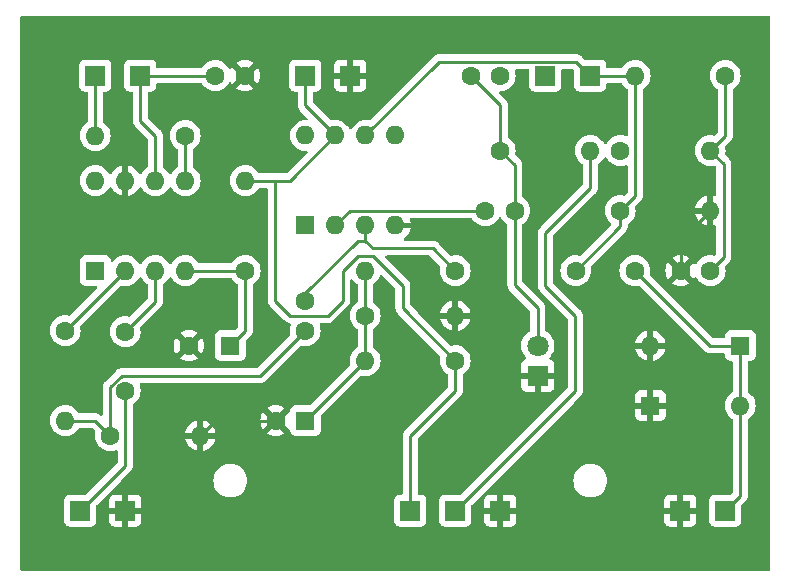
<source format=gbr>
%TF.GenerationSoftware,KiCad,Pcbnew,7.0.1*%
%TF.CreationDate,2023-11-26T17:03:09+00:00*%
%TF.ProjectId,ring-modulator,72696e67-2d6d-46f6-9475-6c61746f722e,rev?*%
%TF.SameCoordinates,Original*%
%TF.FileFunction,Copper,L2,Bot*%
%TF.FilePolarity,Positive*%
%FSLAX46Y46*%
G04 Gerber Fmt 4.6, Leading zero omitted, Abs format (unit mm)*
G04 Created by KiCad (PCBNEW 7.0.1) date 2023-11-26 17:03:09*
%MOMM*%
%LPD*%
G01*
G04 APERTURE LIST*
%TA.AperFunction,ComponentPad*%
%ADD10R,1.700000X1.700000*%
%TD*%
%TA.AperFunction,ComponentPad*%
%ADD11C,1.600000*%
%TD*%
%TA.AperFunction,ComponentPad*%
%ADD12O,1.600000X1.600000*%
%TD*%
%TA.AperFunction,ComponentPad*%
%ADD13R,1.800000X1.800000*%
%TD*%
%TA.AperFunction,ComponentPad*%
%ADD14C,1.800000*%
%TD*%
%TA.AperFunction,ComponentPad*%
%ADD15R,1.600000X1.600000*%
%TD*%
%TA.AperFunction,Conductor*%
%ADD16C,0.250000*%
%TD*%
G04 APERTURE END LIST*
D10*
%TO.P,J12,1,Pin_1*%
%TO.N,+9V*%
X135890000Y-137160000D03*
%TD*%
D11*
%TO.P,R5,1*%
%TO.N,Net-(J9-Pin_1)*%
X153670000Y-111760000D03*
D12*
%TO.P,R5,2*%
%TO.N,GND*%
X161290000Y-111760000D03*
%TD*%
D10*
%TO.P,J11,1,Pin_1*%
%TO.N,Net-(J11-Pin_1)*%
X139700000Y-137160000D03*
%TD*%
D11*
%TO.P,R6,1*%
%TO.N,+9V*%
X139700000Y-124460000D03*
D12*
%TO.P,R6,2*%
%TO.N,Net-(C6-Pad1)*%
X132080000Y-124460000D03*
%TD*%
D10*
%TO.P,J5,1,Pin_1*%
%TO.N,GND*%
X111760000Y-137160000D03*
%TD*%
%TO.P,J8,1,Pin_1*%
%TO.N,Net-(J8-Pin_1)*%
X147320000Y-100330000D03*
%TD*%
D13*
%TO.P,D3,1,K*%
%TO.N,GND*%
X146685000Y-125730000D03*
D14*
%TO.P,D3,2,A*%
%TO.N,Net-(D3-A)*%
X146685000Y-123190000D03*
%TD*%
D11*
%TO.P,C8,1*%
%TO.N,Net-(U2--)*%
X142240000Y-111760000D03*
%TO.P,C8,2*%
%TO.N,Net-(D3-A)*%
X144740000Y-111760000D03*
%TD*%
%TO.P,R7,1*%
%TO.N,Net-(U2-+)*%
X139700000Y-116840000D03*
D12*
%TO.P,R7,2*%
%TO.N,Net-(C6-Pad1)*%
X132080000Y-116840000D03*
%TD*%
D11*
%TO.P,R3,1*%
%TO.N,Net-(U1-LFIL)*%
X106680000Y-121920000D03*
D12*
%TO.P,R3,2*%
%TO.N,Net-(C4-Pad1)*%
X106680000Y-129540000D03*
%TD*%
D11*
%TO.P,R9,1*%
%TO.N,Net-(U2--)*%
X153670000Y-106680000D03*
D12*
%TO.P,R9,2*%
%TO.N,Net-(C7-Pad2)*%
X161290000Y-106680000D03*
%TD*%
D11*
%TO.P,C4,1*%
%TO.N,Net-(C4-Pad1)*%
X127000000Y-121920000D03*
%TO.P,C4,2*%
%TO.N,Net-(U2-+)*%
X127000000Y-119420000D03*
%TD*%
D10*
%TO.P,J6,1,Pin_1*%
%TO.N,Net-(D1-K)*%
X162560000Y-137160000D03*
%TD*%
D11*
%TO.P,R8,1*%
%TO.N,Net-(C6-Pad1)*%
X132080000Y-120650000D03*
D12*
%TO.P,R8,2*%
%TO.N,GND*%
X139700000Y-120650000D03*
%TD*%
D15*
%TO.P,D2,1,K*%
%TO.N,GND*%
X156210000Y-128270000D03*
D12*
%TO.P,D2,2,A*%
%TO.N,Net-(D1-K)*%
X163830000Y-128270000D03*
%TD*%
D10*
%TO.P,J2,1,Pin_1*%
%TO.N,Net-(J2-Pin_1)*%
X113030000Y-100330000D03*
%TD*%
D11*
%TO.P,C2,1*%
%TO.N,Net-(J2-Pin_1)*%
X119380000Y-100330000D03*
%TO.P,C2,2*%
%TO.N,GND*%
X121880000Y-100330000D03*
%TD*%
D15*
%TO.P,C6,1*%
%TO.N,Net-(C6-Pad1)*%
X127000000Y-129540000D03*
D11*
%TO.P,C6,2*%
%TO.N,GND*%
X124500000Y-129540000D03*
%TD*%
D15*
%TO.P,U1,1,OFIL*%
%TO.N,unconnected-(U1-OFIL-Pad1)*%
X109220000Y-116840000D03*
D12*
%TO.P,U1,2,LFIL*%
%TO.N,Net-(U1-LFIL)*%
X111760000Y-116840000D03*
%TO.P,U1,3,IN*%
%TO.N,Net-(U1-IN)*%
X114300000Y-116840000D03*
%TO.P,U1,4,V+*%
%TO.N,Net-(U1-V+)*%
X116840000Y-116840000D03*
%TO.P,U1,5,RT*%
%TO.N,Net-(U1-RT)*%
X116840000Y-109220000D03*
%TO.P,U1,6,CT*%
%TO.N,Net-(J2-Pin_1)*%
X114300000Y-109220000D03*
%TO.P,U1,7,GND*%
%TO.N,GND*%
X111760000Y-109220000D03*
%TO.P,U1,8,Q*%
%TO.N,unconnected-(U1-Q-Pad8)*%
X109220000Y-109220000D03*
%TD*%
D10*
%TO.P,J7,1,Pin_1*%
%TO.N,GND*%
X158750000Y-137160000D03*
%TD*%
%TO.P,J1,1,Pin_1*%
%TO.N,+9V*%
X127000000Y-100330000D03*
%TD*%
D15*
%TO.P,D1,1,K*%
%TO.N,Net-(D1-K)*%
X163830000Y-123190000D03*
D12*
%TO.P,D1,2,A*%
%TO.N,GND*%
X156210000Y-123190000D03*
%TD*%
D10*
%TO.P,J10,1,Pin_1*%
%TO.N,GND*%
X143510000Y-137160000D03*
%TD*%
D11*
%TO.P,C3,1*%
%TO.N,Net-(J4-Pin_1)*%
X111760000Y-127000000D03*
%TO.P,C3,2*%
%TO.N,Net-(U1-IN)*%
X111760000Y-122000000D03*
%TD*%
%TO.P,R1,1*%
%TO.N,Net-(U1-V+)*%
X121920000Y-116840000D03*
D12*
%TO.P,R1,2*%
%TO.N,+9V*%
X121920000Y-109220000D03*
%TD*%
D10*
%TO.P,J4,1,Pin_1*%
%TO.N,Net-(J4-Pin_1)*%
X107950000Y-137160000D03*
%TD*%
D15*
%TO.P,C1,1*%
%TO.N,Net-(U1-V+)*%
X120650000Y-123190000D03*
D11*
%TO.P,C1,2*%
%TO.N,GND*%
X117150000Y-123190000D03*
%TD*%
%TO.P,C5,1*%
%TO.N,Net-(J9-Pin_1)*%
X149900000Y-116840000D03*
%TO.P,C5,2*%
%TO.N,Net-(D1-K)*%
X154900000Y-116840000D03*
%TD*%
%TO.P,C9,1*%
%TO.N,Net-(D3-A)*%
X141010000Y-100330000D03*
%TO.P,C9,2*%
%TO.N,Net-(J8-Pin_1)*%
X143510000Y-100330000D03*
%TD*%
%TO.P,C7,1*%
%TO.N,GND*%
X158790000Y-116840000D03*
%TO.P,C7,2*%
%TO.N,Net-(C7-Pad2)*%
X161290000Y-116840000D03*
%TD*%
D15*
%TO.P,U2,1,NULL*%
%TO.N,unconnected-(U2-NULL-Pad1)*%
X127010000Y-113020000D03*
D12*
%TO.P,U2,2,-*%
%TO.N,Net-(U2--)*%
X129550000Y-113020000D03*
%TO.P,U2,3,+*%
%TO.N,Net-(U2-+)*%
X132090000Y-113020000D03*
%TO.P,U2,4,V-*%
%TO.N,GND*%
X134630000Y-113020000D03*
%TO.P,U2,5,NULL*%
%TO.N,unconnected-(U2-NULL-Pad5)*%
X134630000Y-105400000D03*
%TO.P,U2,6*%
%TO.N,Net-(J9-Pin_1)*%
X132090000Y-105400000D03*
%TO.P,U2,7,V+*%
%TO.N,+9V*%
X129550000Y-105400000D03*
%TO.P,U2,8,NC*%
%TO.N,unconnected-(U2-NC-Pad8)*%
X127010000Y-105400000D03*
%TD*%
D10*
%TO.P,J13,1,Pin_1*%
%TO.N,GND*%
X130810000Y-100330000D03*
%TD*%
D11*
%TO.P,R2,1*%
%TO.N,Net-(U1-RT)*%
X116840000Y-105410000D03*
D12*
%TO.P,R2,2*%
%TO.N,Net-(J3-Pin_1)*%
X109220000Y-105410000D03*
%TD*%
D10*
%TO.P,J9,1,Pin_1*%
%TO.N,Net-(J9-Pin_1)*%
X151130000Y-100330000D03*
%TD*%
D11*
%TO.P,R4,1*%
%TO.N,Net-(C4-Pad1)*%
X110490000Y-130810000D03*
D12*
%TO.P,R4,2*%
%TO.N,GND*%
X118110000Y-130810000D03*
%TD*%
D10*
%TO.P,J3,1,Pin_1*%
%TO.N,Net-(J3-Pin_1)*%
X109220000Y-100330000D03*
%TD*%
D11*
%TO.P,R11,1*%
%TO.N,Net-(D3-A)*%
X143510000Y-106680000D03*
D12*
%TO.P,R11,2*%
%TO.N,Net-(J11-Pin_1)*%
X151130000Y-106680000D03*
%TD*%
D11*
%TO.P,R10,1*%
%TO.N,Net-(C7-Pad2)*%
X162560000Y-100330000D03*
D12*
%TO.P,R10,2*%
%TO.N,Net-(J9-Pin_1)*%
X154940000Y-100330000D03*
%TD*%
D16*
%TO.N,Net-(J11-Pin_1)*%
X147320000Y-113665000D02*
X151130000Y-109855000D01*
X147320000Y-118110000D02*
X147320000Y-113665000D01*
X149860000Y-127000000D02*
X149860000Y-120650000D01*
X149860000Y-120650000D02*
X147320000Y-118110000D01*
X139700000Y-137160000D02*
X149860000Y-127000000D01*
X151130000Y-109855000D02*
X151130000Y-106680000D01*
%TO.N,Net-(D3-A)*%
X144740000Y-118070000D02*
X144740000Y-111760000D01*
X146685000Y-120015000D02*
X144740000Y-118070000D01*
X146685000Y-123190000D02*
X146685000Y-120015000D01*
%TO.N,+9V*%
X125730000Y-120650000D02*
X124460000Y-119380000D01*
X124460000Y-109220000D02*
X121920000Y-109220000D01*
X125730000Y-109220000D02*
X124460000Y-109220000D01*
X128905000Y-120650000D02*
X125730000Y-120650000D01*
X130175000Y-116840000D02*
X130175000Y-119380000D01*
X131445000Y-115570000D02*
X130175000Y-116840000D01*
X132715000Y-115570000D02*
X131445000Y-115570000D01*
X135255000Y-118110000D02*
X132715000Y-115570000D01*
X130175000Y-119380000D02*
X128905000Y-120650000D01*
X135255000Y-120015000D02*
X135255000Y-118110000D01*
X139700000Y-124460000D02*
X135255000Y-120015000D01*
X124460000Y-119380000D02*
X124460000Y-109220000D01*
%TO.N,Net-(U2-+)*%
X137795000Y-114935000D02*
X139700000Y-116840000D01*
X132715000Y-114935000D02*
X137795000Y-114935000D01*
X132080000Y-114300000D02*
X132715000Y-114935000D01*
X131445000Y-114300000D02*
X132080000Y-114300000D01*
X127000000Y-118745000D02*
X131445000Y-114300000D01*
X127000000Y-119420000D02*
X127000000Y-118745000D01*
X132090000Y-114290000D02*
X132090000Y-113020000D01*
X132080000Y-114300000D02*
X132090000Y-114290000D01*
%TO.N,Net-(U1-V+)*%
X116840000Y-116840000D02*
X121920000Y-116840000D01*
X121920000Y-116840000D02*
X121920000Y-121920000D01*
X121920000Y-121920000D02*
X120650000Y-123190000D01*
%TO.N,GND*%
X124500000Y-129540000D02*
X119380000Y-129540000D01*
X158790000Y-114260000D02*
X161290000Y-111760000D01*
X158790000Y-116840000D02*
X158790000Y-114260000D01*
X119380000Y-129540000D02*
X118110000Y-130810000D01*
%TO.N,Net-(J2-Pin_1)*%
X114300000Y-105410000D02*
X114300000Y-109220000D01*
X113030000Y-104140000D02*
X114300000Y-105410000D01*
X113030000Y-100330000D02*
X119380000Y-100330000D01*
X113030000Y-100330000D02*
X113030000Y-104140000D01*
%TO.N,Net-(J4-Pin_1)*%
X111760000Y-127000000D02*
X111760000Y-133350000D01*
X111760000Y-133350000D02*
X107950000Y-137160000D01*
%TO.N,Net-(U1-IN)*%
X114300000Y-119460000D02*
X111760000Y-122000000D01*
X114300000Y-116840000D02*
X114300000Y-119460000D01*
%TO.N,Net-(C4-Pad1)*%
X123190000Y-125730000D02*
X127000000Y-121920000D01*
X106680000Y-129540000D02*
X109220000Y-129540000D01*
X110490000Y-126679009D02*
X111439009Y-125730000D01*
X110490000Y-130810000D02*
X110490000Y-126679009D01*
X111439009Y-125730000D02*
X123190000Y-125730000D01*
X109220000Y-129540000D02*
X110490000Y-130810000D01*
%TO.N,Net-(J9-Pin_1)*%
X153670000Y-111760000D02*
X153670000Y-113070000D01*
X151130000Y-100330000D02*
X154940000Y-100330000D01*
X154940000Y-110490000D02*
X153670000Y-111760000D01*
X154940000Y-100330000D02*
X154940000Y-110490000D01*
X138335000Y-99155000D02*
X149955000Y-99155000D01*
X153670000Y-113070000D02*
X149900000Y-116840000D01*
X132090000Y-105400000D02*
X138335000Y-99155000D01*
X149955000Y-99155000D02*
X151130000Y-100330000D01*
%TO.N,Net-(D1-K)*%
X163830000Y-135890000D02*
X162560000Y-137160000D01*
X154900000Y-116840000D02*
X161250000Y-123190000D01*
X161250000Y-123190000D02*
X163830000Y-123190000D01*
X163830000Y-123190000D02*
X163830000Y-128270000D01*
X163830000Y-128270000D02*
X163830000Y-135890000D01*
%TO.N,Net-(C6-Pad1)*%
X132080000Y-124460000D02*
X132080000Y-120650000D01*
X132080000Y-120650000D02*
X132080000Y-116840000D01*
X127000000Y-129540000D02*
X132080000Y-124460000D01*
%TO.N,Net-(C7-Pad2)*%
X162560000Y-100330000D02*
X162560000Y-105410000D01*
X162560000Y-105410000D02*
X161290000Y-106680000D01*
X162415000Y-115715000D02*
X161290000Y-116840000D01*
X161290000Y-106680000D02*
X162415000Y-107805000D01*
X162415000Y-107805000D02*
X162415000Y-115715000D01*
%TO.N,Net-(U2--)*%
X129550000Y-113020000D02*
X130810000Y-111760000D01*
X130810000Y-111760000D02*
X142240000Y-111760000D01*
%TO.N,Net-(D3-A)*%
X143510000Y-106680000D02*
X143510000Y-102830000D01*
X143510000Y-102830000D02*
X141010000Y-100330000D01*
X144740000Y-107910000D02*
X143510000Y-106680000D01*
X144740000Y-111760000D02*
X144740000Y-107910000D01*
%TO.N,+9V*%
X129550000Y-105400000D02*
X125730000Y-109220000D01*
X127000000Y-102850000D02*
X129550000Y-105400000D01*
X139700000Y-127000000D02*
X135890000Y-130810000D01*
X127000000Y-100330000D02*
X127000000Y-102850000D01*
X135890000Y-130810000D02*
X135890000Y-137160000D01*
X139700000Y-124460000D02*
X139700000Y-127000000D01*
%TO.N,Net-(J3-Pin_1)*%
X109220000Y-100330000D02*
X109220000Y-105410000D01*
%TO.N,Net-(U1-RT)*%
X116840000Y-109220000D02*
X116840000Y-105410000D01*
%TO.N,Net-(U1-LFIL)*%
X111760000Y-116840000D02*
X106680000Y-121920000D01*
%TD*%
%TA.AperFunction,Conductor*%
%TO.N,GND*%
G36*
X166307500Y-95267113D02*
G01*
X166352887Y-95312500D01*
X166369500Y-95374500D01*
X166369500Y-142115500D01*
X166352887Y-142177500D01*
X166307500Y-142222887D01*
X166245500Y-142239500D01*
X102994500Y-142239500D01*
X102932500Y-142222887D01*
X102887113Y-142177500D01*
X102870500Y-142115500D01*
X102870500Y-129540000D01*
X105374531Y-129540000D01*
X105394364Y-129766689D01*
X105453261Y-129986497D01*
X105549432Y-130192735D01*
X105679953Y-130379140D01*
X105840859Y-130540046D01*
X106027264Y-130670567D01*
X106027265Y-130670567D01*
X106027266Y-130670568D01*
X106233504Y-130766739D01*
X106453308Y-130825635D01*
X106680000Y-130845468D01*
X106906692Y-130825635D01*
X107126496Y-130766739D01*
X107332734Y-130670568D01*
X107519139Y-130540047D01*
X107680047Y-130379139D01*
X107759637Y-130265472D01*
X107792613Y-130218377D01*
X107836931Y-130179511D01*
X107894188Y-130165500D01*
X108909548Y-130165500D01*
X108957001Y-130174939D01*
X108997229Y-130201819D01*
X109190586Y-130395177D01*
X109222680Y-130450764D01*
X109222680Y-130514950D01*
X109204364Y-130583307D01*
X109184531Y-130810000D01*
X109204364Y-131036689D01*
X109263261Y-131256497D01*
X109359432Y-131462735D01*
X109489953Y-131649140D01*
X109650859Y-131810046D01*
X109837264Y-131940567D01*
X109837265Y-131940567D01*
X109837266Y-131940568D01*
X110043504Y-132036739D01*
X110263308Y-132095635D01*
X110490000Y-132115468D01*
X110716692Y-132095635D01*
X110936496Y-132036739D01*
X110958095Y-132026666D01*
X111018610Y-132015314D01*
X111077125Y-132034468D01*
X111119214Y-132079406D01*
X111134500Y-132139049D01*
X111134500Y-133039548D01*
X111125061Y-133087001D01*
X111098181Y-133127229D01*
X108452226Y-135773181D01*
X108411998Y-135800061D01*
X108364545Y-135809500D01*
X107052130Y-135809500D01*
X106992515Y-135815909D01*
X106857669Y-135866204D01*
X106742454Y-135952454D01*
X106656204Y-136067668D01*
X106605909Y-136202515D01*
X106605909Y-136202517D01*
X106601554Y-136243029D01*
X106599500Y-136262130D01*
X106599500Y-138057869D01*
X106605897Y-138117375D01*
X106605909Y-138117483D01*
X106656204Y-138252331D01*
X106742454Y-138367546D01*
X106857669Y-138453796D01*
X106992517Y-138504091D01*
X107052127Y-138510500D01*
X108847872Y-138510499D01*
X108907483Y-138504091D01*
X109042331Y-138453796D01*
X109157546Y-138367546D01*
X109243796Y-138252331D01*
X109294091Y-138117483D01*
X109300500Y-138057873D01*
X109300499Y-137410000D01*
X110410000Y-137410000D01*
X110410000Y-138057824D01*
X110416402Y-138117375D01*
X110466647Y-138252089D01*
X110552811Y-138367188D01*
X110667910Y-138453352D01*
X110802624Y-138503597D01*
X110862176Y-138510000D01*
X111510000Y-138510000D01*
X111510000Y-137410000D01*
X112010000Y-137410000D01*
X112010000Y-138510000D01*
X112657824Y-138510000D01*
X112717375Y-138503597D01*
X112852089Y-138453352D01*
X112967188Y-138367188D01*
X113053352Y-138252089D01*
X113103597Y-138117375D01*
X113110000Y-138057824D01*
X113110000Y-137410000D01*
X112010000Y-137410000D01*
X111510000Y-137410000D01*
X110410000Y-137410000D01*
X109300499Y-137410000D01*
X109300499Y-136910000D01*
X110410000Y-136910000D01*
X111510000Y-136910000D01*
X111510000Y-135810000D01*
X112010000Y-135810000D01*
X112010000Y-136910000D01*
X113110000Y-136910000D01*
X113110000Y-136262176D01*
X113103597Y-136202624D01*
X113053352Y-136067910D01*
X112967188Y-135952811D01*
X112852089Y-135866647D01*
X112717375Y-135816402D01*
X112657824Y-135810000D01*
X112010000Y-135810000D01*
X111510000Y-135810000D01*
X110862176Y-135810000D01*
X110802624Y-135816402D01*
X110667910Y-135866647D01*
X110552811Y-135952811D01*
X110466647Y-136067910D01*
X110416402Y-136202624D01*
X110410000Y-136262176D01*
X110410000Y-136910000D01*
X109300499Y-136910000D01*
X109300499Y-136745450D01*
X109309938Y-136697998D01*
X109336815Y-136657773D01*
X111374589Y-134619999D01*
X119224728Y-134619999D01*
X119244167Y-134854587D01*
X119244167Y-134854590D01*
X119244168Y-134854592D01*
X119301954Y-135082785D01*
X119396512Y-135298354D01*
X119525261Y-135495420D01*
X119598095Y-135574539D01*
X119684689Y-135668606D01*
X119786053Y-135747500D01*
X119870451Y-135813189D01*
X120077475Y-135925225D01*
X120188795Y-135963441D01*
X120300113Y-136001657D01*
X120300115Y-136001657D01*
X120300117Y-136001658D01*
X120532302Y-136040403D01*
X120767697Y-136040403D01*
X120767698Y-136040403D01*
X120999883Y-136001658D01*
X121222525Y-135925225D01*
X121429549Y-135813189D01*
X121615310Y-135668606D01*
X121774739Y-135495420D01*
X121903488Y-135298354D01*
X121998046Y-135082785D01*
X122055832Y-134854592D01*
X122075271Y-134620000D01*
X122055832Y-134385408D01*
X121998046Y-134157215D01*
X121903488Y-133941646D01*
X121774739Y-133744580D01*
X121660383Y-133620356D01*
X121615310Y-133571393D01*
X121429550Y-133426812D01*
X121429549Y-133426811D01*
X121222525Y-133314775D01*
X121222521Y-133314773D01*
X121222520Y-133314773D01*
X120999886Y-133238342D01*
X120802743Y-133205445D01*
X120767698Y-133199597D01*
X120532302Y-133199597D01*
X120497257Y-133205445D01*
X120300113Y-133238342D01*
X120077479Y-133314773D01*
X119870449Y-133426812D01*
X119684689Y-133571393D01*
X119525260Y-133744581D01*
X119396513Y-133941643D01*
X119301954Y-134157215D01*
X119244167Y-134385412D01*
X119224728Y-134619999D01*
X111374589Y-134619999D01*
X112143786Y-133850802D01*
X112159887Y-133837904D01*
X112161874Y-133835787D01*
X112161877Y-133835786D01*
X112207932Y-133786741D01*
X112210613Y-133783976D01*
X112230120Y-133764470D01*
X112232581Y-133761295D01*
X112240152Y-133752431D01*
X112270062Y-133720582D01*
X112279713Y-133703026D01*
X112290393Y-133686767D01*
X112302674Y-133670936D01*
X112320018Y-133630851D01*
X112325160Y-133620356D01*
X112346197Y-133582092D01*
X112351178Y-133562688D01*
X112357480Y-133544283D01*
X112365438Y-133525895D01*
X112372270Y-133482748D01*
X112374639Y-133471316D01*
X112385500Y-133429020D01*
X112385500Y-133408984D01*
X112387027Y-133389585D01*
X112390160Y-133369804D01*
X112386050Y-133326325D01*
X112385500Y-133314656D01*
X112385500Y-131060000D01*
X116831128Y-131060000D01*
X116883733Y-131256326D01*
X116979865Y-131462480D01*
X117110341Y-131648819D01*
X117271180Y-131809658D01*
X117457519Y-131940134D01*
X117663673Y-132036266D01*
X117859999Y-132088871D01*
X117860000Y-132088872D01*
X117860000Y-131060000D01*
X118360000Y-131060000D01*
X118360000Y-132088871D01*
X118556326Y-132036266D01*
X118762480Y-131940134D01*
X118948819Y-131809658D01*
X119109658Y-131648819D01*
X119240134Y-131462480D01*
X119336266Y-131256326D01*
X119388872Y-131060000D01*
X118360000Y-131060000D01*
X117860000Y-131060000D01*
X116831128Y-131060000D01*
X112385500Y-131060000D01*
X112385500Y-130619026D01*
X123774526Y-130619026D01*
X123847515Y-130670133D01*
X124053673Y-130766266D01*
X124273397Y-130825141D01*
X124500000Y-130844966D01*
X124726602Y-130825141D01*
X124946326Y-130766266D01*
X125152480Y-130670134D01*
X125225472Y-130619025D01*
X124500001Y-129893553D01*
X124500000Y-129893553D01*
X123774526Y-130619025D01*
X123774526Y-130619026D01*
X112385500Y-130619026D01*
X112385500Y-130560000D01*
X116831128Y-130560000D01*
X117860000Y-130560000D01*
X117860000Y-129531128D01*
X118360000Y-129531128D01*
X118360000Y-130560000D01*
X119388872Y-130560000D01*
X119388871Y-130559999D01*
X119336266Y-130363673D01*
X119240134Y-130157519D01*
X119109658Y-129971180D01*
X118948819Y-129810341D01*
X118762480Y-129679865D01*
X118556326Y-129583733D01*
X118393107Y-129539999D01*
X123195033Y-129539999D01*
X123214858Y-129766602D01*
X123273733Y-129986326D01*
X123369866Y-130192484D01*
X123420972Y-130265471D01*
X123420974Y-130265472D01*
X124146446Y-129540001D01*
X124146446Y-129540000D01*
X123420973Y-128814526D01*
X123420973Y-128814527D01*
X123369865Y-128887516D01*
X123273733Y-129093672D01*
X123214858Y-129313397D01*
X123195033Y-129539999D01*
X118393107Y-129539999D01*
X118360000Y-129531128D01*
X117860000Y-129531128D01*
X117859999Y-129531128D01*
X117663673Y-129583733D01*
X117457519Y-129679865D01*
X117271180Y-129810341D01*
X117110341Y-129971180D01*
X116979865Y-130157519D01*
X116883733Y-130363673D01*
X116831128Y-130559999D01*
X116831128Y-130560000D01*
X112385500Y-130560000D01*
X112385500Y-128460973D01*
X123774526Y-128460973D01*
X124499998Y-129186446D01*
X124499999Y-129186446D01*
X125225472Y-128460973D01*
X125225471Y-128460972D01*
X125152484Y-128409866D01*
X124946326Y-128313733D01*
X124726602Y-128254858D01*
X124500000Y-128235033D01*
X124273397Y-128254858D01*
X124053672Y-128313733D01*
X123847516Y-128409865D01*
X123774526Y-128460973D01*
X112385500Y-128460973D01*
X112385500Y-128214188D01*
X112399511Y-128156931D01*
X112438377Y-128112613D01*
X112599140Y-128000046D01*
X112760046Y-127839140D01*
X112770994Y-127823504D01*
X112890568Y-127652734D01*
X112986739Y-127446496D01*
X113045635Y-127226692D01*
X113065468Y-127000000D01*
X113063403Y-126976402D01*
X113045635Y-126773310D01*
X113045635Y-126773308D01*
X112986739Y-126553504D01*
X112976666Y-126531904D01*
X112965314Y-126471390D01*
X112984468Y-126412875D01*
X113029406Y-126370786D01*
X113089049Y-126355500D01*
X123107256Y-126355500D01*
X123127762Y-126357764D01*
X123130665Y-126357672D01*
X123130667Y-126357673D01*
X123197872Y-126355561D01*
X123201768Y-126355500D01*
X123229349Y-126355500D01*
X123229350Y-126355500D01*
X123233319Y-126354998D01*
X123244965Y-126354080D01*
X123288627Y-126352709D01*
X123307859Y-126347120D01*
X123326918Y-126343174D01*
X123333196Y-126342381D01*
X123346792Y-126340664D01*
X123387407Y-126324582D01*
X123398444Y-126320803D01*
X123440390Y-126308618D01*
X123457629Y-126298422D01*
X123475102Y-126289862D01*
X123493732Y-126282486D01*
X123529064Y-126256814D01*
X123538830Y-126250400D01*
X123576418Y-126228171D01*
X123576417Y-126228171D01*
X123576420Y-126228170D01*
X123590585Y-126214004D01*
X123605373Y-126201373D01*
X123621587Y-126189594D01*
X123649438Y-126155926D01*
X123657279Y-126147309D01*
X126585178Y-123219410D01*
X126640764Y-123187318D01*
X126704947Y-123187318D01*
X126773308Y-123205635D01*
X127000000Y-123225468D01*
X127226692Y-123205635D01*
X127446496Y-123146739D01*
X127652734Y-123050568D01*
X127839139Y-122920047D01*
X128000047Y-122759139D01*
X128130568Y-122572734D01*
X128226739Y-122366496D01*
X128285635Y-122146692D01*
X128305468Y-121920000D01*
X128285635Y-121693308D01*
X128226739Y-121473504D01*
X128216666Y-121451904D01*
X128205314Y-121391390D01*
X128224468Y-121332875D01*
X128269406Y-121290786D01*
X128329049Y-121275500D01*
X128822256Y-121275500D01*
X128842762Y-121277764D01*
X128845665Y-121277672D01*
X128845667Y-121277673D01*
X128912872Y-121275561D01*
X128916768Y-121275500D01*
X128944349Y-121275500D01*
X128944350Y-121275500D01*
X128948319Y-121274998D01*
X128959965Y-121274080D01*
X129003627Y-121272709D01*
X129022859Y-121267120D01*
X129041918Y-121263174D01*
X129049099Y-121262267D01*
X129061792Y-121260664D01*
X129102407Y-121244582D01*
X129113444Y-121240803D01*
X129155390Y-121228618D01*
X129172629Y-121218422D01*
X129190102Y-121209862D01*
X129208732Y-121202486D01*
X129244064Y-121176814D01*
X129253830Y-121170400D01*
X129291418Y-121148171D01*
X129291417Y-121148171D01*
X129291420Y-121148170D01*
X129305585Y-121134004D01*
X129320373Y-121121373D01*
X129336587Y-121109594D01*
X129364438Y-121075926D01*
X129372279Y-121067309D01*
X130558788Y-119880801D01*
X130574885Y-119867906D01*
X130576873Y-119865787D01*
X130576877Y-119865786D01*
X130622948Y-119816723D01*
X130625566Y-119814023D01*
X130645120Y-119794471D01*
X130647581Y-119791298D01*
X130655156Y-119782427D01*
X130685062Y-119750582D01*
X130694717Y-119733018D01*
X130705394Y-119716764D01*
X130717673Y-119700936D01*
X130735018Y-119660852D01*
X130740160Y-119650356D01*
X130761197Y-119612092D01*
X130766179Y-119592684D01*
X130772481Y-119574280D01*
X130780437Y-119555896D01*
X130787269Y-119512752D01*
X130789633Y-119501338D01*
X130800500Y-119459019D01*
X130800500Y-119438984D01*
X130802027Y-119419585D01*
X130802068Y-119419321D01*
X130805160Y-119399804D01*
X130801050Y-119356325D01*
X130800500Y-119344656D01*
X130800500Y-117673316D01*
X130816047Y-117613199D01*
X130858790Y-117568158D01*
X130918011Y-117549486D01*
X130978859Y-117561866D01*
X131026075Y-117602193D01*
X131079953Y-117679140D01*
X131240859Y-117840046D01*
X131401623Y-117952613D01*
X131440489Y-117996931D01*
X131454500Y-118054188D01*
X131454500Y-119435812D01*
X131440489Y-119493069D01*
X131401623Y-119537387D01*
X131240859Y-119649953D01*
X131079953Y-119810859D01*
X130949432Y-119997264D01*
X130853261Y-120203502D01*
X130794364Y-120423310D01*
X130774531Y-120649999D01*
X130794364Y-120876689D01*
X130853261Y-121096497D01*
X130949432Y-121302735D01*
X131079953Y-121489140D01*
X131240859Y-121650046D01*
X131401623Y-121762613D01*
X131440489Y-121806931D01*
X131454500Y-121864188D01*
X131454500Y-123245812D01*
X131440489Y-123303069D01*
X131401623Y-123347387D01*
X131240859Y-123459953D01*
X131079953Y-123620859D01*
X130949432Y-123807264D01*
X130853261Y-124013502D01*
X130794364Y-124233310D01*
X130774531Y-124459999D01*
X130794364Y-124686690D01*
X130812680Y-124755047D01*
X130812680Y-124819234D01*
X130780586Y-124874821D01*
X127452226Y-128203181D01*
X127411998Y-128230061D01*
X127364545Y-128239500D01*
X126152130Y-128239500D01*
X126092515Y-128245909D01*
X125957669Y-128296204D01*
X125842454Y-128382454D01*
X125756204Y-128497668D01*
X125705909Y-128632516D01*
X125698790Y-128698735D01*
X125697004Y-128698543D01*
X125681039Y-128754841D01*
X125631152Y-128800554D01*
X125583968Y-128809583D01*
X124853553Y-129540000D01*
X124853553Y-129540001D01*
X125583966Y-130270413D01*
X125631142Y-130279439D01*
X125681028Y-130325140D01*
X125697011Y-130381456D01*
X125698791Y-130381265D01*
X125705909Y-130447484D01*
X125709449Y-130456974D01*
X125756204Y-130582331D01*
X125842454Y-130697546D01*
X125957669Y-130783796D01*
X126092517Y-130834091D01*
X126152127Y-130840500D01*
X127847872Y-130840499D01*
X127907483Y-130834091D01*
X128042331Y-130783796D01*
X128157546Y-130697546D01*
X128243796Y-130582331D01*
X128294091Y-130447483D01*
X128300500Y-130387873D01*
X128300499Y-129175450D01*
X128309938Y-129127998D01*
X128336815Y-129087773D01*
X131665178Y-125759411D01*
X131720763Y-125727319D01*
X131784951Y-125727319D01*
X131853308Y-125745635D01*
X132080000Y-125765468D01*
X132306692Y-125745635D01*
X132526496Y-125686739D01*
X132732734Y-125590568D01*
X132919139Y-125460047D01*
X133080047Y-125299139D01*
X133210568Y-125112734D01*
X133306739Y-124906496D01*
X133365635Y-124686692D01*
X133385468Y-124460000D01*
X133365635Y-124233308D01*
X133306739Y-124013504D01*
X133210568Y-123807266D01*
X133208727Y-123804637D01*
X133080046Y-123620859D01*
X132919140Y-123459953D01*
X132758377Y-123347387D01*
X132719511Y-123303069D01*
X132705500Y-123245812D01*
X132705500Y-121864188D01*
X132719511Y-121806931D01*
X132758377Y-121762613D01*
X132840727Y-121704951D01*
X132919139Y-121650047D01*
X133080047Y-121489139D01*
X133210568Y-121302734D01*
X133306739Y-121096496D01*
X133365635Y-120876692D01*
X133385468Y-120650000D01*
X133365635Y-120423308D01*
X133306739Y-120203504D01*
X133210568Y-119997266D01*
X133195437Y-119975657D01*
X133080046Y-119810859D01*
X132919140Y-119649953D01*
X132758377Y-119537387D01*
X132719511Y-119493069D01*
X132705500Y-119435812D01*
X132705500Y-118054188D01*
X132719511Y-117996931D01*
X132758377Y-117952613D01*
X132909209Y-117847000D01*
X132919139Y-117840047D01*
X133080047Y-117679139D01*
X133210568Y-117492734D01*
X133306739Y-117286496D01*
X133306740Y-117286490D01*
X133308273Y-117283204D01*
X133345168Y-117237232D01*
X133399122Y-117213492D01*
X133457942Y-117217347D01*
X133508336Y-117247927D01*
X134593181Y-118332772D01*
X134620061Y-118373000D01*
X134629500Y-118420453D01*
X134629500Y-119932256D01*
X134627235Y-119952762D01*
X134629439Y-120022873D01*
X134629500Y-120026768D01*
X134629500Y-120054349D01*
X134630003Y-120058334D01*
X134630918Y-120069967D01*
X134632290Y-120113626D01*
X134637879Y-120132860D01*
X134641825Y-120151916D01*
X134644335Y-120171792D01*
X134660414Y-120212404D01*
X134664197Y-120223451D01*
X134676382Y-120265391D01*
X134686580Y-120282635D01*
X134695136Y-120300100D01*
X134702514Y-120318732D01*
X134702515Y-120318733D01*
X134728180Y-120354059D01*
X134734593Y-120363822D01*
X134756826Y-120401416D01*
X134756829Y-120401419D01*
X134756830Y-120401420D01*
X134770995Y-120415585D01*
X134783627Y-120430375D01*
X134795406Y-120446587D01*
X134829058Y-120474426D01*
X134837699Y-120482289D01*
X138400586Y-124045177D01*
X138432680Y-124100764D01*
X138432680Y-124164950D01*
X138414364Y-124233307D01*
X138394531Y-124460000D01*
X138414364Y-124686689D01*
X138473261Y-124906497D01*
X138569432Y-125112735D01*
X138699953Y-125299140D01*
X138860859Y-125460046D01*
X139021623Y-125572613D01*
X139060489Y-125616931D01*
X139074500Y-125674188D01*
X139074500Y-126689548D01*
X139065061Y-126737001D01*
X139038181Y-126777229D01*
X135506208Y-130309199D01*
X135490110Y-130322096D01*
X135442096Y-130373225D01*
X135439391Y-130376017D01*
X135419874Y-130395534D01*
X135417415Y-130398705D01*
X135409842Y-130407572D01*
X135379935Y-130439420D01*
X135370285Y-130456974D01*
X135359609Y-130473228D01*
X135347326Y-130489063D01*
X135329975Y-130529158D01*
X135324838Y-130539644D01*
X135303802Y-130577907D01*
X135298821Y-130597309D01*
X135292520Y-130615711D01*
X135284561Y-130634102D01*
X135277728Y-130677242D01*
X135275360Y-130688674D01*
X135264500Y-130730978D01*
X135264500Y-130751016D01*
X135262973Y-130770415D01*
X135259840Y-130790194D01*
X135263950Y-130833675D01*
X135264500Y-130845344D01*
X135264500Y-135685501D01*
X135247887Y-135747501D01*
X135202500Y-135792888D01*
X135140500Y-135809501D01*
X134992128Y-135809501D01*
X134962322Y-135812704D01*
X134932515Y-135815909D01*
X134797669Y-135866204D01*
X134682454Y-135952454D01*
X134596204Y-136067668D01*
X134545909Y-136202515D01*
X134545909Y-136202517D01*
X134541554Y-136243029D01*
X134539500Y-136262130D01*
X134539500Y-138057869D01*
X134545897Y-138117375D01*
X134545909Y-138117483D01*
X134596204Y-138252331D01*
X134682454Y-138367546D01*
X134797669Y-138453796D01*
X134932517Y-138504091D01*
X134992127Y-138510500D01*
X136787872Y-138510499D01*
X136847483Y-138504091D01*
X136982331Y-138453796D01*
X137097546Y-138367546D01*
X137183796Y-138252331D01*
X137234091Y-138117483D01*
X137240500Y-138057873D01*
X137240499Y-136262128D01*
X137234091Y-136202517D01*
X137183796Y-136067669D01*
X137097546Y-135952454D01*
X136982331Y-135866204D01*
X136847483Y-135815909D01*
X136787873Y-135809500D01*
X136787869Y-135809500D01*
X136639500Y-135809500D01*
X136577500Y-135792887D01*
X136532113Y-135747500D01*
X136515500Y-135685500D01*
X136515500Y-131120452D01*
X136524939Y-131072999D01*
X136551819Y-131032771D01*
X137427071Y-130157519D01*
X140083786Y-127500802D01*
X140099887Y-127487904D01*
X140101874Y-127485787D01*
X140101877Y-127485786D01*
X140147932Y-127436741D01*
X140150613Y-127433976D01*
X140153730Y-127430859D01*
X140170120Y-127414470D01*
X140172581Y-127411295D01*
X140180152Y-127402431D01*
X140210062Y-127370582D01*
X140219713Y-127353026D01*
X140230393Y-127336767D01*
X140242674Y-127320936D01*
X140260018Y-127280851D01*
X140265160Y-127270356D01*
X140265382Y-127269953D01*
X140286197Y-127232092D01*
X140291178Y-127212688D01*
X140297482Y-127194280D01*
X140305438Y-127175895D01*
X140312270Y-127132748D01*
X140314639Y-127121316D01*
X140325500Y-127079020D01*
X140325500Y-127058984D01*
X140327027Y-127039585D01*
X140329076Y-127026647D01*
X140330160Y-127019804D01*
X140326050Y-126976325D01*
X140325500Y-126964656D01*
X140325500Y-125980000D01*
X145285000Y-125980000D01*
X145285000Y-126677824D01*
X145291402Y-126737375D01*
X145341647Y-126872089D01*
X145427811Y-126987188D01*
X145542910Y-127073352D01*
X145677624Y-127123597D01*
X145737176Y-127130000D01*
X146435000Y-127130000D01*
X146435000Y-125980000D01*
X146935000Y-125980000D01*
X146935000Y-127130000D01*
X147632824Y-127130000D01*
X147692375Y-127123597D01*
X147827089Y-127073352D01*
X147942188Y-126987188D01*
X148028352Y-126872089D01*
X148078597Y-126737375D01*
X148085000Y-126677824D01*
X148085000Y-125980000D01*
X146935000Y-125980000D01*
X146435000Y-125980000D01*
X145285000Y-125980000D01*
X140325500Y-125980000D01*
X140325500Y-125674188D01*
X140339511Y-125616931D01*
X140378377Y-125572613D01*
X140539140Y-125460046D01*
X140700046Y-125299140D01*
X140720166Y-125270405D01*
X140830568Y-125112734D01*
X140926739Y-124906496D01*
X140985635Y-124686692D01*
X141005468Y-124460000D01*
X140985635Y-124233308D01*
X140926739Y-124013504D01*
X140830568Y-123807266D01*
X140828727Y-123804637D01*
X140700046Y-123620859D01*
X140539140Y-123459953D01*
X140352735Y-123329432D01*
X140146497Y-123233261D01*
X139926689Y-123174364D01*
X139700000Y-123154531D01*
X139473307Y-123174364D01*
X139404950Y-123192680D01*
X139340764Y-123192680D01*
X139285177Y-123160586D01*
X137024591Y-120900000D01*
X138421128Y-120900000D01*
X138473733Y-121096326D01*
X138569865Y-121302480D01*
X138700341Y-121488819D01*
X138861180Y-121649658D01*
X139047519Y-121780134D01*
X139253673Y-121876266D01*
X139449999Y-121928871D01*
X139450000Y-121928872D01*
X139450000Y-120900000D01*
X139950000Y-120900000D01*
X139950000Y-121928871D01*
X140146326Y-121876266D01*
X140352480Y-121780134D01*
X140538819Y-121649658D01*
X140699658Y-121488819D01*
X140830134Y-121302480D01*
X140926266Y-121096326D01*
X140978872Y-120900000D01*
X139950000Y-120900000D01*
X139450000Y-120900000D01*
X138421128Y-120900000D01*
X137024591Y-120900000D01*
X136524591Y-120400000D01*
X138421128Y-120400000D01*
X139450000Y-120400000D01*
X139450000Y-119371128D01*
X139950000Y-119371128D01*
X139950000Y-120400000D01*
X140978872Y-120400000D01*
X140978871Y-120399999D01*
X140926266Y-120203673D01*
X140830134Y-119997519D01*
X140699658Y-119811180D01*
X140538819Y-119650341D01*
X140352480Y-119519865D01*
X140146326Y-119423733D01*
X139950000Y-119371128D01*
X139450000Y-119371128D01*
X139449999Y-119371128D01*
X139253673Y-119423733D01*
X139047519Y-119519865D01*
X138861180Y-119650341D01*
X138700341Y-119811180D01*
X138569865Y-119997519D01*
X138473733Y-120203673D01*
X138421128Y-120399999D01*
X138421128Y-120400000D01*
X136524591Y-120400000D01*
X135916819Y-119792228D01*
X135889939Y-119752000D01*
X135880500Y-119704547D01*
X135880500Y-118192740D01*
X135882763Y-118172236D01*
X135881283Y-118125141D01*
X135880561Y-118102144D01*
X135880500Y-118098250D01*
X135880500Y-118070657D01*
X135880500Y-118070650D01*
X135879995Y-118066653D01*
X135879080Y-118055023D01*
X135879054Y-118054188D01*
X135877709Y-118011372D01*
X135872119Y-117992134D01*
X135868174Y-117973082D01*
X135867856Y-117970568D01*
X135865664Y-117953208D01*
X135849578Y-117912581D01*
X135845805Y-117901560D01*
X135833617Y-117859610D01*
X135826294Y-117847228D01*
X135823421Y-117842369D01*
X135814863Y-117824902D01*
X135807486Y-117806268D01*
X135781798Y-117770912D01*
X135775409Y-117761184D01*
X135753170Y-117723579D01*
X135739006Y-117709415D01*
X135726369Y-117694620D01*
X135714595Y-117678414D01*
X135714594Y-117678413D01*
X135680935Y-117650568D01*
X135672305Y-117642714D01*
X133801772Y-115772181D01*
X133771522Y-115722818D01*
X133766980Y-115665102D01*
X133789135Y-115611615D01*
X133833158Y-115574015D01*
X133889453Y-115560500D01*
X137484548Y-115560500D01*
X137532001Y-115569939D01*
X137572229Y-115596819D01*
X138400586Y-116425177D01*
X138432680Y-116480764D01*
X138432680Y-116544950D01*
X138414364Y-116613307D01*
X138394531Y-116840000D01*
X138414364Y-117066689D01*
X138473261Y-117286497D01*
X138569432Y-117492735D01*
X138699953Y-117679140D01*
X138860859Y-117840046D01*
X139047264Y-117970567D01*
X139047265Y-117970567D01*
X139047266Y-117970568D01*
X139253504Y-118066739D01*
X139473308Y-118125635D01*
X139700000Y-118145468D01*
X139926692Y-118125635D01*
X140146496Y-118066739D01*
X140352734Y-117970568D01*
X140539139Y-117840047D01*
X140700047Y-117679139D01*
X140830568Y-117492734D01*
X140926739Y-117286496D01*
X140985635Y-117066692D01*
X141005468Y-116840000D01*
X140985635Y-116613308D01*
X140926739Y-116393504D01*
X140830568Y-116187266D01*
X140804729Y-116150364D01*
X140700046Y-116000859D01*
X140539140Y-115839953D01*
X140352735Y-115709432D01*
X140146497Y-115613261D01*
X139926689Y-115554364D01*
X139700000Y-115534531D01*
X139473307Y-115554364D01*
X139404950Y-115572680D01*
X139340764Y-115572680D01*
X139285177Y-115540586D01*
X138295802Y-114551211D01*
X138282906Y-114535113D01*
X138231775Y-114487098D01*
X138228978Y-114484387D01*
X138209470Y-114464879D01*
X138206290Y-114462412D01*
X138197424Y-114454839D01*
X138165582Y-114424938D01*
X138148024Y-114415285D01*
X138131764Y-114404604D01*
X138115936Y-114392327D01*
X138075851Y-114374980D01*
X138065361Y-114369841D01*
X138027091Y-114348802D01*
X138007691Y-114343821D01*
X137989284Y-114337519D01*
X137970897Y-114329562D01*
X137927758Y-114322729D01*
X137916324Y-114320361D01*
X137874019Y-114309500D01*
X137853984Y-114309500D01*
X137834586Y-114307973D01*
X137819824Y-114305635D01*
X137814805Y-114304840D01*
X137814804Y-114304840D01*
X137781751Y-114307964D01*
X137771325Y-114308950D01*
X137759656Y-114309500D01*
X135448162Y-114309500D01*
X135388046Y-114293953D01*
X135343004Y-114251210D01*
X135324332Y-114191990D01*
X135336711Y-114131142D01*
X135377038Y-114083925D01*
X135468819Y-114019658D01*
X135629658Y-113858819D01*
X135760134Y-113672480D01*
X135856266Y-113466326D01*
X135908872Y-113270000D01*
X134504000Y-113270000D01*
X134442000Y-113253387D01*
X134396613Y-113208000D01*
X134380000Y-113146000D01*
X134380000Y-112894000D01*
X134396613Y-112832000D01*
X134442000Y-112786613D01*
X134504000Y-112770000D01*
X135908872Y-112770000D01*
X135908871Y-112769999D01*
X135856265Y-112573672D01*
X135850779Y-112561906D01*
X135839425Y-112501391D01*
X135858579Y-112442876D01*
X135903517Y-112400786D01*
X135963160Y-112385500D01*
X141025812Y-112385500D01*
X141083069Y-112399511D01*
X141127387Y-112438377D01*
X141239953Y-112599140D01*
X141400859Y-112760046D01*
X141587264Y-112890567D01*
X141587265Y-112890567D01*
X141587266Y-112890568D01*
X141793504Y-112986739D01*
X142013308Y-113045635D01*
X142240000Y-113065468D01*
X142466692Y-113045635D01*
X142686496Y-112986739D01*
X142892734Y-112890568D01*
X143079139Y-112760047D01*
X143240047Y-112599139D01*
X143370568Y-112412734D01*
X143377619Y-112397612D01*
X143423374Y-112345439D01*
X143490000Y-112326019D01*
X143556626Y-112345439D01*
X143602380Y-112397612D01*
X143603861Y-112400786D01*
X143609434Y-112412738D01*
X143739953Y-112599140D01*
X143900859Y-112760046D01*
X144061623Y-112872613D01*
X144100489Y-112916931D01*
X144114500Y-112974188D01*
X144114500Y-117987256D01*
X144112235Y-118007762D01*
X144114439Y-118077873D01*
X144114500Y-118081768D01*
X144114500Y-118109349D01*
X144115003Y-118113334D01*
X144115918Y-118124967D01*
X144117290Y-118168626D01*
X144122879Y-118187860D01*
X144126825Y-118206916D01*
X144129335Y-118226792D01*
X144145414Y-118267404D01*
X144149197Y-118278451D01*
X144161382Y-118320391D01*
X144171580Y-118337635D01*
X144180136Y-118355100D01*
X144187514Y-118373732D01*
X144187515Y-118373733D01*
X144213180Y-118409059D01*
X144219593Y-118418822D01*
X144241826Y-118456416D01*
X144241829Y-118456419D01*
X144241830Y-118456420D01*
X144255995Y-118470585D01*
X144268627Y-118485375D01*
X144280406Y-118501587D01*
X144314058Y-118529426D01*
X144322699Y-118537289D01*
X146023181Y-120237772D01*
X146050061Y-120278000D01*
X146059500Y-120325453D01*
X146059500Y-121862186D01*
X146042023Y-121925659D01*
X145994518Y-121971240D01*
X145916377Y-122013528D01*
X145916375Y-122013529D01*
X145916374Y-122013530D01*
X145880660Y-122041327D01*
X145733215Y-122156087D01*
X145576020Y-122326848D01*
X145449076Y-122521150D01*
X145355844Y-122733696D01*
X145355842Y-122733700D01*
X145355843Y-122733700D01*
X145303601Y-122940000D01*
X145298865Y-122958700D01*
X145279699Y-123190000D01*
X145298865Y-123421299D01*
X145298865Y-123421301D01*
X145298866Y-123421305D01*
X145355843Y-123646300D01*
X145355844Y-123646303D01*
X145430731Y-123817027D01*
X145449076Y-123858849D01*
X145576021Y-124053153D01*
X145671167Y-124156509D01*
X145699940Y-124209262D01*
X145700533Y-124269348D01*
X145672806Y-124322658D01*
X145623272Y-124356673D01*
X145542913Y-124386646D01*
X145427811Y-124472811D01*
X145341647Y-124587910D01*
X145291402Y-124722624D01*
X145285000Y-124782176D01*
X145285000Y-125480000D01*
X148085000Y-125480000D01*
X148085000Y-124782176D01*
X148078597Y-124722624D01*
X148028352Y-124587910D01*
X147942188Y-124472811D01*
X147827088Y-124386647D01*
X147746728Y-124356674D01*
X147697193Y-124322658D01*
X147669466Y-124269348D01*
X147670059Y-124209262D01*
X147698829Y-124156512D01*
X147793979Y-124053153D01*
X147920924Y-123858849D01*
X148014157Y-123646300D01*
X148071134Y-123421305D01*
X148090300Y-123190000D01*
X148071134Y-122958695D01*
X148014157Y-122733700D01*
X147920924Y-122521151D01*
X147793979Y-122326847D01*
X147636784Y-122156087D01*
X147453626Y-122013530D01*
X147389791Y-121978984D01*
X147375482Y-121971240D01*
X147327977Y-121925659D01*
X147310500Y-121862186D01*
X147310500Y-120097740D01*
X147312763Y-120077236D01*
X147310561Y-120007144D01*
X147310500Y-120003250D01*
X147310500Y-119975657D01*
X147310500Y-119975650D01*
X147309995Y-119971653D01*
X147309080Y-119960023D01*
X147307709Y-119916372D01*
X147302119Y-119897134D01*
X147298174Y-119878082D01*
X147295664Y-119858208D01*
X147289703Y-119843152D01*
X147279578Y-119817581D01*
X147275805Y-119806560D01*
X147263617Y-119764610D01*
X147258471Y-119755909D01*
X147253421Y-119747369D01*
X147244863Y-119729902D01*
X147237486Y-119711268D01*
X147211798Y-119675912D01*
X147205409Y-119666184D01*
X147183170Y-119628579D01*
X147169006Y-119614415D01*
X147156369Y-119599620D01*
X147144595Y-119583414D01*
X147133544Y-119574272D01*
X147110935Y-119555568D01*
X147102305Y-119547714D01*
X145401819Y-117847228D01*
X145374939Y-117807000D01*
X145365500Y-117759547D01*
X145365500Y-112974188D01*
X145379511Y-112916931D01*
X145418377Y-112872613D01*
X145544622Y-112784216D01*
X145579139Y-112760047D01*
X145740047Y-112599139D01*
X145870568Y-112412734D01*
X145966739Y-112206496D01*
X146025635Y-111986692D01*
X146045468Y-111760000D01*
X146025635Y-111533308D01*
X145966739Y-111313504D01*
X145870568Y-111107266D01*
X145782241Y-110981121D01*
X145740046Y-110920859D01*
X145579140Y-110759953D01*
X145418377Y-110647387D01*
X145379511Y-110603069D01*
X145365500Y-110545812D01*
X145365500Y-107992744D01*
X145367764Y-107972236D01*
X145365561Y-107902113D01*
X145365500Y-107898219D01*
X145365500Y-107870654D01*
X145365500Y-107870650D01*
X145364997Y-107866670D01*
X145364081Y-107855028D01*
X145362710Y-107811373D01*
X145357118Y-107792126D01*
X145353174Y-107773085D01*
X145350664Y-107753208D01*
X145334579Y-107712583D01*
X145330808Y-107701568D01*
X145318618Y-107659610D01*
X145308414Y-107642355D01*
X145299861Y-107624895D01*
X145292486Y-107606268D01*
X145266808Y-107570925D01*
X145260401Y-107561171D01*
X145246323Y-107537366D01*
X145238170Y-107523580D01*
X145224006Y-107509416D01*
X145211367Y-107494617D01*
X145199595Y-107478413D01*
X145165941Y-107450573D01*
X145157299Y-107442709D01*
X144809413Y-107094822D01*
X144777319Y-107039234D01*
X144777319Y-106975047D01*
X144793993Y-106912819D01*
X144795635Y-106906692D01*
X144815468Y-106680000D01*
X144795635Y-106453308D01*
X144736739Y-106233504D01*
X144640568Y-106027266D01*
X144567651Y-105923129D01*
X144510046Y-105840859D01*
X144349140Y-105679953D01*
X144188377Y-105567387D01*
X144149511Y-105523069D01*
X144135500Y-105465812D01*
X144135500Y-102912744D01*
X144137764Y-102892237D01*
X144135561Y-102822127D01*
X144135500Y-102818232D01*
X144135500Y-102790653D01*
X144134997Y-102786672D01*
X144134080Y-102775019D01*
X144133836Y-102767256D01*
X144132709Y-102731373D01*
X144127120Y-102712140D01*
X144123174Y-102693082D01*
X144120664Y-102673206D01*
X144104588Y-102632604D01*
X144100804Y-102621553D01*
X144094881Y-102601168D01*
X144088618Y-102579610D01*
X144078414Y-102562355D01*
X144069861Y-102544895D01*
X144062486Y-102526268D01*
X144036808Y-102490925D01*
X144030401Y-102481171D01*
X144008169Y-102443579D01*
X143994006Y-102429416D01*
X143981367Y-102414617D01*
X143969595Y-102398413D01*
X143935941Y-102370573D01*
X143927299Y-102362709D01*
X143411244Y-101846654D01*
X143380343Y-101795227D01*
X143377203Y-101735312D01*
X143402559Y-101680937D01*
X143450475Y-101644830D01*
X143499253Y-101637104D01*
X143499193Y-101636414D01*
X143509071Y-101635549D01*
X143509733Y-101635445D01*
X143510000Y-101635468D01*
X143736692Y-101615635D01*
X143956496Y-101556739D01*
X144162734Y-101460568D01*
X144349139Y-101330047D01*
X144510047Y-101169139D01*
X144640568Y-100982734D01*
X144736739Y-100776496D01*
X144795635Y-100556692D01*
X144815468Y-100330000D01*
X144795635Y-100103308D01*
X144750963Y-99936592D01*
X144749122Y-99880309D01*
X144772363Y-99829014D01*
X144815895Y-99793288D01*
X144870739Y-99780500D01*
X145845500Y-99780500D01*
X145907500Y-99797113D01*
X145952887Y-99842500D01*
X145969500Y-99904500D01*
X145969500Y-101227869D01*
X145975897Y-101287375D01*
X145975909Y-101287483D01*
X146026204Y-101422331D01*
X146112454Y-101537546D01*
X146227669Y-101623796D01*
X146362517Y-101674091D01*
X146422127Y-101680500D01*
X148217872Y-101680499D01*
X148277483Y-101674091D01*
X148412331Y-101623796D01*
X148527546Y-101537546D01*
X148613796Y-101422331D01*
X148664091Y-101287483D01*
X148670500Y-101227873D01*
X148670499Y-99904499D01*
X148687112Y-99842500D01*
X148732499Y-99797113D01*
X148794499Y-99780500D01*
X149644548Y-99780500D01*
X149692001Y-99789939D01*
X149732229Y-99816819D01*
X149743181Y-99827771D01*
X149770061Y-99867999D01*
X149779500Y-99915452D01*
X149779500Y-101227869D01*
X149785897Y-101287375D01*
X149785909Y-101287483D01*
X149836204Y-101422331D01*
X149922454Y-101537546D01*
X150037669Y-101623796D01*
X150172517Y-101674091D01*
X150232127Y-101680500D01*
X152027872Y-101680499D01*
X152087483Y-101674091D01*
X152222331Y-101623796D01*
X152337546Y-101537546D01*
X152423796Y-101422331D01*
X152474091Y-101287483D01*
X152480500Y-101227873D01*
X152480500Y-101079500D01*
X152497113Y-101017500D01*
X152542500Y-100972113D01*
X152604500Y-100955500D01*
X153725812Y-100955500D01*
X153783069Y-100969511D01*
X153827387Y-101008377D01*
X153939953Y-101169140D01*
X154100859Y-101330046D01*
X154261623Y-101442613D01*
X154300489Y-101486931D01*
X154314500Y-101544188D01*
X154314500Y-105350951D01*
X154299214Y-105410594D01*
X154257125Y-105455532D01*
X154198610Y-105474686D01*
X154138095Y-105463333D01*
X154116497Y-105453261D01*
X153896689Y-105394364D01*
X153670000Y-105374531D01*
X153443310Y-105394364D01*
X153223502Y-105453261D01*
X153017264Y-105549432D01*
X152830859Y-105679953D01*
X152669953Y-105840859D01*
X152539433Y-106027263D01*
X152512382Y-106085275D01*
X152466625Y-106137450D01*
X152400000Y-106156869D01*
X152333375Y-106137450D01*
X152287618Y-106085275D01*
X152260568Y-106027266D01*
X152168506Y-105895786D01*
X152130046Y-105840859D01*
X151969140Y-105679953D01*
X151782735Y-105549432D01*
X151576497Y-105453261D01*
X151356689Y-105394364D01*
X151130000Y-105374531D01*
X150903310Y-105394364D01*
X150683502Y-105453261D01*
X150477264Y-105549432D01*
X150290859Y-105679953D01*
X150129953Y-105840859D01*
X149999432Y-106027264D01*
X149903261Y-106233502D01*
X149844364Y-106453310D01*
X149824531Y-106680000D01*
X149844364Y-106906689D01*
X149903261Y-107126497D01*
X149999432Y-107332735D01*
X150129953Y-107519140D01*
X150290859Y-107680046D01*
X150451623Y-107792613D01*
X150490489Y-107836931D01*
X150504500Y-107894188D01*
X150504500Y-109544548D01*
X150495061Y-109592001D01*
X150468181Y-109632229D01*
X146936208Y-113164199D01*
X146920110Y-113177096D01*
X146872096Y-113228225D01*
X146869391Y-113231017D01*
X146849874Y-113250534D01*
X146847415Y-113253705D01*
X146839842Y-113262572D01*
X146809935Y-113294420D01*
X146800285Y-113311974D01*
X146789609Y-113328228D01*
X146777326Y-113344063D01*
X146759975Y-113384158D01*
X146754838Y-113394644D01*
X146733802Y-113432907D01*
X146728821Y-113452309D01*
X146722520Y-113470711D01*
X146714561Y-113489102D01*
X146707728Y-113532242D01*
X146705360Y-113543674D01*
X146694500Y-113585978D01*
X146694500Y-113606016D01*
X146692973Y-113625415D01*
X146689840Y-113645194D01*
X146693950Y-113688675D01*
X146694500Y-113700344D01*
X146694500Y-118027256D01*
X146692235Y-118047762D01*
X146694439Y-118117873D01*
X146694500Y-118121768D01*
X146694500Y-118149349D01*
X146695003Y-118153334D01*
X146695918Y-118164967D01*
X146697290Y-118208626D01*
X146702879Y-118227860D01*
X146706825Y-118246916D01*
X146709335Y-118266792D01*
X146725414Y-118307404D01*
X146729197Y-118318451D01*
X146741382Y-118360391D01*
X146751580Y-118377635D01*
X146760136Y-118395100D01*
X146767514Y-118413732D01*
X146771212Y-118418822D01*
X146793180Y-118449059D01*
X146799593Y-118458822D01*
X146821826Y-118496416D01*
X146821829Y-118496419D01*
X146821830Y-118496420D01*
X146835995Y-118510585D01*
X146848627Y-118525375D01*
X146860406Y-118541587D01*
X146894058Y-118569426D01*
X146902699Y-118577289D01*
X149198181Y-120872772D01*
X149225061Y-120913000D01*
X149234500Y-120960453D01*
X149234500Y-126689548D01*
X149225061Y-126737001D01*
X149198181Y-126777229D01*
X140202226Y-135773181D01*
X140161998Y-135800061D01*
X140114545Y-135809500D01*
X138802130Y-135809500D01*
X138742515Y-135815909D01*
X138607669Y-135866204D01*
X138492454Y-135952454D01*
X138406204Y-136067668D01*
X138355909Y-136202515D01*
X138355909Y-136202517D01*
X138351554Y-136243029D01*
X138349500Y-136262130D01*
X138349500Y-138057869D01*
X138355897Y-138117375D01*
X138355909Y-138117483D01*
X138406204Y-138252331D01*
X138492454Y-138367546D01*
X138607669Y-138453796D01*
X138742517Y-138504091D01*
X138802127Y-138510500D01*
X140597872Y-138510499D01*
X140657483Y-138504091D01*
X140792331Y-138453796D01*
X140907546Y-138367546D01*
X140993796Y-138252331D01*
X141044091Y-138117483D01*
X141050500Y-138057873D01*
X141050499Y-137410000D01*
X142160000Y-137410000D01*
X142160000Y-138057824D01*
X142166402Y-138117375D01*
X142216647Y-138252089D01*
X142302811Y-138367188D01*
X142417910Y-138453352D01*
X142552624Y-138503597D01*
X142612176Y-138510000D01*
X143260000Y-138510000D01*
X143260000Y-137410000D01*
X143760000Y-137410000D01*
X143760000Y-138510000D01*
X144407824Y-138510000D01*
X144467375Y-138503597D01*
X144602089Y-138453352D01*
X144717188Y-138367188D01*
X144803352Y-138252089D01*
X144853597Y-138117375D01*
X144860000Y-138057824D01*
X144860000Y-137410000D01*
X157400000Y-137410000D01*
X157400000Y-138057824D01*
X157406402Y-138117375D01*
X157456647Y-138252089D01*
X157542811Y-138367188D01*
X157657910Y-138453352D01*
X157792624Y-138503597D01*
X157852176Y-138510000D01*
X158500000Y-138510000D01*
X158500000Y-137410000D01*
X159000000Y-137410000D01*
X159000000Y-138510000D01*
X159647824Y-138510000D01*
X159707375Y-138503597D01*
X159842089Y-138453352D01*
X159957188Y-138367188D01*
X160043352Y-138252089D01*
X160093597Y-138117375D01*
X160100000Y-138057824D01*
X160100000Y-137410000D01*
X159000000Y-137410000D01*
X158500000Y-137410000D01*
X157400000Y-137410000D01*
X144860000Y-137410000D01*
X143760000Y-137410000D01*
X143260000Y-137410000D01*
X142160000Y-137410000D01*
X141050499Y-137410000D01*
X141050499Y-136910000D01*
X142160000Y-136910000D01*
X143260000Y-136910000D01*
X143260000Y-135810000D01*
X143760000Y-135810000D01*
X143760000Y-136910000D01*
X144860000Y-136910000D01*
X157400000Y-136910000D01*
X158500000Y-136910000D01*
X158500000Y-135810000D01*
X159000000Y-135810000D01*
X159000000Y-136910000D01*
X160100000Y-136910000D01*
X160100000Y-136262176D01*
X160093597Y-136202624D01*
X160043352Y-136067910D01*
X159957188Y-135952811D01*
X159842089Y-135866647D01*
X159707375Y-135816402D01*
X159647824Y-135810000D01*
X159000000Y-135810000D01*
X158500000Y-135810000D01*
X157852176Y-135810000D01*
X157792624Y-135816402D01*
X157657910Y-135866647D01*
X157542811Y-135952811D01*
X157456647Y-136067910D01*
X157406402Y-136202624D01*
X157400000Y-136262176D01*
X157400000Y-136910000D01*
X144860000Y-136910000D01*
X144860000Y-136262176D01*
X144853597Y-136202624D01*
X144803352Y-136067910D01*
X144717188Y-135952811D01*
X144602089Y-135866647D01*
X144467375Y-135816402D01*
X144407824Y-135810000D01*
X143760000Y-135810000D01*
X143260000Y-135810000D01*
X142612176Y-135810000D01*
X142552624Y-135816402D01*
X142417910Y-135866647D01*
X142302811Y-135952811D01*
X142216647Y-136067910D01*
X142166402Y-136202624D01*
X142160000Y-136262176D01*
X142160000Y-136910000D01*
X141050499Y-136910000D01*
X141050499Y-136745450D01*
X141059938Y-136697998D01*
X141086815Y-136657773D01*
X143124588Y-134620000D01*
X149704728Y-134620000D01*
X149724167Y-134854587D01*
X149724167Y-134854590D01*
X149724168Y-134854592D01*
X149781954Y-135082785D01*
X149876512Y-135298354D01*
X150005261Y-135495420D01*
X150078095Y-135574539D01*
X150164689Y-135668606D01*
X150266053Y-135747500D01*
X150350451Y-135813189D01*
X150557475Y-135925225D01*
X150668795Y-135963441D01*
X150780113Y-136001657D01*
X150780115Y-136001657D01*
X150780117Y-136001658D01*
X151012302Y-136040403D01*
X151247697Y-136040403D01*
X151247698Y-136040403D01*
X151479883Y-136001658D01*
X151702525Y-135925225D01*
X151909549Y-135813189D01*
X152095310Y-135668606D01*
X152254739Y-135495420D01*
X152383488Y-135298354D01*
X152478046Y-135082785D01*
X152535832Y-134854592D01*
X152555271Y-134620000D01*
X152535832Y-134385408D01*
X152478046Y-134157215D01*
X152383488Y-133941646D01*
X152254739Y-133744580D01*
X152140383Y-133620356D01*
X152095310Y-133571393D01*
X151909550Y-133426812D01*
X151909549Y-133426811D01*
X151702525Y-133314775D01*
X151702521Y-133314773D01*
X151702520Y-133314773D01*
X151479886Y-133238342D01*
X151282743Y-133205445D01*
X151247698Y-133199597D01*
X151012302Y-133199597D01*
X150977257Y-133205445D01*
X150780113Y-133238342D01*
X150557479Y-133314773D01*
X150350449Y-133426812D01*
X150164689Y-133571393D01*
X150005260Y-133744581D01*
X149876513Y-133941643D01*
X149781954Y-134157215D01*
X149724167Y-134385412D01*
X149704728Y-134620000D01*
X143124588Y-134620000D01*
X149224588Y-128520000D01*
X154910000Y-128520000D01*
X154910000Y-129117824D01*
X154916402Y-129177375D01*
X154966647Y-129312089D01*
X155052811Y-129427188D01*
X155167910Y-129513352D01*
X155302624Y-129563597D01*
X155362176Y-129570000D01*
X155960000Y-129570000D01*
X155960000Y-128520000D01*
X156460000Y-128520000D01*
X156460000Y-129570000D01*
X157057824Y-129570000D01*
X157117375Y-129563597D01*
X157252089Y-129513352D01*
X157367188Y-129427188D01*
X157453352Y-129312089D01*
X157503597Y-129177375D01*
X157510000Y-129117824D01*
X157510000Y-128520000D01*
X156460000Y-128520000D01*
X155960000Y-128520000D01*
X154910000Y-128520000D01*
X149224588Y-128520000D01*
X149724588Y-128020000D01*
X154910000Y-128020000D01*
X155960000Y-128020000D01*
X155960000Y-126970000D01*
X156460000Y-126970000D01*
X156460000Y-128020000D01*
X157510000Y-128020000D01*
X157510000Y-127422176D01*
X157503597Y-127362624D01*
X157453352Y-127227910D01*
X157367188Y-127112811D01*
X157252089Y-127026647D01*
X157117375Y-126976402D01*
X157057824Y-126970000D01*
X156460000Y-126970000D01*
X155960000Y-126970000D01*
X155362176Y-126970000D01*
X155302624Y-126976402D01*
X155167910Y-127026647D01*
X155052811Y-127112811D01*
X154966647Y-127227910D01*
X154916402Y-127362624D01*
X154910000Y-127422176D01*
X154910000Y-128020000D01*
X149724588Y-128020000D01*
X150243786Y-127500802D01*
X150259887Y-127487904D01*
X150261874Y-127485787D01*
X150261877Y-127485786D01*
X150307932Y-127436741D01*
X150310613Y-127433976D01*
X150313730Y-127430859D01*
X150330120Y-127414470D01*
X150332581Y-127411295D01*
X150340152Y-127402431D01*
X150370062Y-127370582D01*
X150379712Y-127353027D01*
X150390400Y-127336757D01*
X150402673Y-127320936D01*
X150420022Y-127280841D01*
X150425157Y-127270362D01*
X150446196Y-127232093D01*
X150446197Y-127232092D01*
X150451179Y-127212688D01*
X150457478Y-127194287D01*
X150465438Y-127175895D01*
X150472270Y-127132748D01*
X150474639Y-127121315D01*
X150485500Y-127079020D01*
X150485500Y-127058984D01*
X150487027Y-127039585D01*
X150489076Y-127026647D01*
X150490160Y-127019804D01*
X150486050Y-126976325D01*
X150485500Y-126964656D01*
X150485500Y-123440000D01*
X154931128Y-123440000D01*
X154983733Y-123636326D01*
X155079865Y-123842480D01*
X155210341Y-124028819D01*
X155371180Y-124189658D01*
X155557519Y-124320134D01*
X155763673Y-124416266D01*
X155959999Y-124468871D01*
X155960000Y-124468872D01*
X155960000Y-123440000D01*
X156460000Y-123440000D01*
X156460000Y-124468871D01*
X156656326Y-124416266D01*
X156862480Y-124320134D01*
X157048819Y-124189658D01*
X157209658Y-124028819D01*
X157340134Y-123842480D01*
X157436266Y-123636326D01*
X157488872Y-123440000D01*
X156460000Y-123440000D01*
X155960000Y-123440000D01*
X154931128Y-123440000D01*
X150485500Y-123440000D01*
X150485500Y-122940000D01*
X154931128Y-122940000D01*
X155960000Y-122940000D01*
X155960000Y-121911128D01*
X156460000Y-121911128D01*
X156460000Y-122940000D01*
X157488872Y-122940000D01*
X157488871Y-122939999D01*
X157436266Y-122743673D01*
X157340134Y-122537519D01*
X157209658Y-122351180D01*
X157048819Y-122190341D01*
X156862480Y-122059865D01*
X156656326Y-121963733D01*
X156460000Y-121911128D01*
X155960000Y-121911128D01*
X155959999Y-121911128D01*
X155763673Y-121963733D01*
X155557519Y-122059865D01*
X155371180Y-122190341D01*
X155210341Y-122351180D01*
X155079865Y-122537519D01*
X154983733Y-122743673D01*
X154931128Y-122939999D01*
X154931128Y-122940000D01*
X150485500Y-122940000D01*
X150485500Y-120732740D01*
X150487763Y-120712236D01*
X150485561Y-120642144D01*
X150485500Y-120638250D01*
X150485500Y-120610657D01*
X150485500Y-120610650D01*
X150484995Y-120606653D01*
X150484080Y-120595023D01*
X150482709Y-120551372D01*
X150477119Y-120532134D01*
X150473174Y-120513082D01*
X150470664Y-120493208D01*
X150464703Y-120478152D01*
X150454578Y-120452581D01*
X150450805Y-120441560D01*
X150438617Y-120399610D01*
X150428421Y-120382369D01*
X150419863Y-120364902D01*
X150412486Y-120346268D01*
X150386798Y-120310912D01*
X150380409Y-120301184D01*
X150358170Y-120263579D01*
X150344006Y-120249414D01*
X150331369Y-120234620D01*
X150319595Y-120218414D01*
X150301776Y-120203673D01*
X150285935Y-120190568D01*
X150277305Y-120182714D01*
X147981819Y-117887228D01*
X147954939Y-117847000D01*
X147945500Y-117799547D01*
X147945500Y-113975452D01*
X147954939Y-113927999D01*
X147981819Y-113887771D01*
X148857588Y-113012002D01*
X151513786Y-110355802D01*
X151529887Y-110342904D01*
X151531874Y-110340787D01*
X151531877Y-110340786D01*
X151577932Y-110291741D01*
X151580613Y-110288976D01*
X151600120Y-110269470D01*
X151602581Y-110266295D01*
X151610152Y-110257431D01*
X151640062Y-110225582D01*
X151649713Y-110208026D01*
X151660393Y-110191767D01*
X151672674Y-110175936D01*
X151690018Y-110135851D01*
X151695160Y-110125356D01*
X151716197Y-110087092D01*
X151721178Y-110067688D01*
X151727480Y-110049283D01*
X151735438Y-110030895D01*
X151742270Y-109987748D01*
X151744639Y-109976316D01*
X151755500Y-109934020D01*
X151755500Y-109913984D01*
X151757027Y-109894585D01*
X151760160Y-109874804D01*
X151756050Y-109831325D01*
X151755500Y-109819656D01*
X151755500Y-107894188D01*
X151769511Y-107836931D01*
X151808377Y-107792613D01*
X151969140Y-107680046D01*
X152130046Y-107519140D01*
X152142560Y-107501268D01*
X152260568Y-107332734D01*
X152287618Y-107274724D01*
X152333375Y-107222549D01*
X152400000Y-107203129D01*
X152466625Y-107222549D01*
X152512382Y-107274725D01*
X152539431Y-107332733D01*
X152669953Y-107519140D01*
X152830859Y-107680046D01*
X153017264Y-107810567D01*
X153017265Y-107810567D01*
X153017266Y-107810568D01*
X153223504Y-107906739D01*
X153443308Y-107965635D01*
X153670000Y-107985468D01*
X153896692Y-107965635D01*
X154116496Y-107906739D01*
X154138095Y-107896666D01*
X154198610Y-107885314D01*
X154257125Y-107904468D01*
X154299214Y-107949406D01*
X154314500Y-108009049D01*
X154314500Y-110179547D01*
X154305061Y-110227000D01*
X154278183Y-110267225D01*
X154111474Y-110433933D01*
X154084821Y-110460587D01*
X154029234Y-110492680D01*
X153965047Y-110492680D01*
X153896690Y-110474364D01*
X153669999Y-110454531D01*
X153443310Y-110474364D01*
X153223502Y-110533261D01*
X153017264Y-110629432D01*
X152830859Y-110759953D01*
X152669953Y-110920859D01*
X152539432Y-111107264D01*
X152443261Y-111313502D01*
X152384364Y-111533310D01*
X152364531Y-111760000D01*
X152384364Y-111986689D01*
X152443261Y-112206497D01*
X152539432Y-112412735D01*
X152669953Y-112599140D01*
X152830860Y-112760047D01*
X152865377Y-112784216D01*
X152901641Y-112823791D01*
X152917782Y-112874984D01*
X152910776Y-112928201D01*
X152881935Y-112973472D01*
X150314821Y-115540586D01*
X150259234Y-115572680D01*
X150195047Y-115572680D01*
X150126690Y-115554364D01*
X149899999Y-115534531D01*
X149673310Y-115554364D01*
X149453502Y-115613261D01*
X149247264Y-115709432D01*
X149060859Y-115839953D01*
X148899953Y-116000859D01*
X148769432Y-116187264D01*
X148673261Y-116393502D01*
X148614364Y-116613310D01*
X148594531Y-116839999D01*
X148614364Y-117066689D01*
X148673261Y-117286497D01*
X148769432Y-117492735D01*
X148899953Y-117679140D01*
X149060859Y-117840046D01*
X149247264Y-117970567D01*
X149247265Y-117970567D01*
X149247266Y-117970568D01*
X149453504Y-118066739D01*
X149673308Y-118125635D01*
X149900000Y-118145468D01*
X150126692Y-118125635D01*
X150346496Y-118066739D01*
X150552734Y-117970568D01*
X150739139Y-117840047D01*
X150900047Y-117679139D01*
X151030568Y-117492734D01*
X151126739Y-117286496D01*
X151185635Y-117066692D01*
X151205468Y-116840000D01*
X151205468Y-116839999D01*
X153594531Y-116839999D01*
X153614364Y-117066689D01*
X153673261Y-117286497D01*
X153769432Y-117492735D01*
X153899953Y-117679140D01*
X154060859Y-117840046D01*
X154247264Y-117970567D01*
X154247265Y-117970567D01*
X154247266Y-117970568D01*
X154453504Y-118066739D01*
X154673308Y-118125635D01*
X154900000Y-118145468D01*
X155126692Y-118125635D01*
X155195048Y-118107319D01*
X155259234Y-118107319D01*
X155314822Y-118139413D01*
X160749196Y-123573787D01*
X160762096Y-123589888D01*
X160764213Y-123591876D01*
X160764214Y-123591877D01*
X160811547Y-123636326D01*
X160813223Y-123637900D01*
X160816020Y-123640611D01*
X160835529Y-123660120D01*
X160838711Y-123662588D01*
X160847571Y-123670155D01*
X160879418Y-123700062D01*
X160896970Y-123709711D01*
X160913238Y-123720397D01*
X160929064Y-123732673D01*
X160969146Y-123750017D01*
X160979633Y-123755155D01*
X161017907Y-123776197D01*
X161026410Y-123778379D01*
X161037308Y-123781178D01*
X161055713Y-123787478D01*
X161074104Y-123795437D01*
X161117250Y-123802270D01*
X161128668Y-123804635D01*
X161170981Y-123815500D01*
X161191016Y-123815500D01*
X161210415Y-123817027D01*
X161230196Y-123820160D01*
X161273674Y-123816050D01*
X161285344Y-123815500D01*
X162405501Y-123815500D01*
X162467501Y-123832113D01*
X162512888Y-123877500D01*
X162529501Y-123939500D01*
X162529501Y-124037872D01*
X162531144Y-124053153D01*
X162535909Y-124097484D01*
X162557924Y-124156509D01*
X162586204Y-124232331D01*
X162672454Y-124347546D01*
X162787669Y-124433796D01*
X162922517Y-124484091D01*
X162982127Y-124490500D01*
X163080500Y-124490500D01*
X163142500Y-124507113D01*
X163187887Y-124552500D01*
X163204500Y-124614500D01*
X163204500Y-127055812D01*
X163190489Y-127113069D01*
X163151623Y-127157387D01*
X162990859Y-127269953D01*
X162829953Y-127430859D01*
X162699432Y-127617264D01*
X162603261Y-127823502D01*
X162544364Y-128043310D01*
X162524531Y-128270000D01*
X162544364Y-128496689D01*
X162603261Y-128716497D01*
X162699432Y-128922735D01*
X162829953Y-129109140D01*
X162990859Y-129270046D01*
X163151623Y-129382613D01*
X163190489Y-129426931D01*
X163204500Y-129484188D01*
X163204500Y-135579547D01*
X163195061Y-135627000D01*
X163168183Y-135667225D01*
X163062224Y-135773183D01*
X163021999Y-135800061D01*
X162974546Y-135809500D01*
X161662130Y-135809500D01*
X161602515Y-135815909D01*
X161467669Y-135866204D01*
X161352454Y-135952454D01*
X161266204Y-136067668D01*
X161215909Y-136202515D01*
X161215909Y-136202517D01*
X161211554Y-136243029D01*
X161209500Y-136262130D01*
X161209500Y-138057869D01*
X161215897Y-138117375D01*
X161215909Y-138117483D01*
X161266204Y-138252331D01*
X161352454Y-138367546D01*
X161467669Y-138453796D01*
X161602517Y-138504091D01*
X161662127Y-138510500D01*
X163457872Y-138510499D01*
X163517483Y-138504091D01*
X163652331Y-138453796D01*
X163767546Y-138367546D01*
X163853796Y-138252331D01*
X163904091Y-138117483D01*
X163910500Y-138057873D01*
X163910499Y-136745451D01*
X163919938Y-136697999D01*
X163946815Y-136657774D01*
X164213789Y-136390800D01*
X164229885Y-136377906D01*
X164231873Y-136375787D01*
X164231877Y-136375786D01*
X164277948Y-136326723D01*
X164280566Y-136324023D01*
X164300120Y-136304471D01*
X164302581Y-136301298D01*
X164310156Y-136292427D01*
X164340062Y-136260582D01*
X164349717Y-136243018D01*
X164360394Y-136226764D01*
X164372673Y-136210936D01*
X164390018Y-136170852D01*
X164395160Y-136160356D01*
X164416197Y-136122092D01*
X164421179Y-136102684D01*
X164427481Y-136084280D01*
X164435437Y-136065896D01*
X164442269Y-136022752D01*
X164444633Y-136011338D01*
X164455500Y-135969019D01*
X164455500Y-135948984D01*
X164457027Y-135929585D01*
X164457717Y-135925226D01*
X164460160Y-135909804D01*
X164456050Y-135866325D01*
X164455500Y-135854656D01*
X164455500Y-129484188D01*
X164469511Y-129426931D01*
X164508377Y-129382613D01*
X164669140Y-129270046D01*
X164830046Y-129109140D01*
X164840994Y-129093504D01*
X164960568Y-128922734D01*
X165056739Y-128716496D01*
X165115635Y-128496692D01*
X165135468Y-128270000D01*
X165115635Y-128043308D01*
X165056739Y-127823504D01*
X164960568Y-127617266D01*
X164879023Y-127500807D01*
X164830046Y-127430859D01*
X164669140Y-127269953D01*
X164508377Y-127157387D01*
X164469511Y-127113069D01*
X164455500Y-127055812D01*
X164455500Y-124614499D01*
X164472113Y-124552499D01*
X164517500Y-124507112D01*
X164579500Y-124490499D01*
X164677870Y-124490499D01*
X164677872Y-124490499D01*
X164737483Y-124484091D01*
X164872331Y-124433796D01*
X164987546Y-124347546D01*
X165073796Y-124232331D01*
X165124091Y-124097483D01*
X165130500Y-124037873D01*
X165130499Y-122342128D01*
X165124091Y-122282517D01*
X165073796Y-122147669D01*
X164987546Y-122032454D01*
X164872331Y-121946204D01*
X164737483Y-121895909D01*
X164677873Y-121889500D01*
X164677869Y-121889500D01*
X162982130Y-121889500D01*
X162922515Y-121895909D01*
X162787669Y-121946204D01*
X162672454Y-122032454D01*
X162586204Y-122147668D01*
X162535909Y-122282515D01*
X162535909Y-122282517D01*
X162531620Y-122322414D01*
X162529500Y-122342131D01*
X162529500Y-122440500D01*
X162512887Y-122502500D01*
X162467500Y-122547887D01*
X162405500Y-122564500D01*
X161560453Y-122564500D01*
X161513000Y-122555061D01*
X161472772Y-122528181D01*
X156863617Y-117919026D01*
X158064526Y-117919026D01*
X158137515Y-117970133D01*
X158343673Y-118066266D01*
X158563397Y-118125141D01*
X158790000Y-118144966D01*
X159016602Y-118125141D01*
X159236326Y-118066266D01*
X159442480Y-117970134D01*
X159515472Y-117919025D01*
X158790001Y-117193553D01*
X158790000Y-117193553D01*
X158064526Y-117919025D01*
X158064526Y-117919026D01*
X156863617Y-117919026D01*
X156199413Y-117254822D01*
X156167319Y-117199234D01*
X156167319Y-117135047D01*
X156170000Y-117125042D01*
X156185635Y-117066692D01*
X156205468Y-116840000D01*
X157485033Y-116840000D01*
X157504858Y-117066602D01*
X157563733Y-117286326D01*
X157659866Y-117492484D01*
X157710972Y-117565471D01*
X157710973Y-117565472D01*
X158436445Y-116840001D01*
X159143553Y-116840001D01*
X159869025Y-117565472D01*
X159920131Y-117492484D01*
X159927340Y-117477026D01*
X159973097Y-117424849D01*
X160039722Y-117405428D01*
X160106348Y-117424847D01*
X160152106Y-117477023D01*
X160159432Y-117492735D01*
X160289953Y-117679140D01*
X160450859Y-117840046D01*
X160637264Y-117970567D01*
X160637265Y-117970567D01*
X160637266Y-117970568D01*
X160843504Y-118066739D01*
X161063308Y-118125635D01*
X161290000Y-118145468D01*
X161516692Y-118125635D01*
X161736496Y-118066739D01*
X161942734Y-117970568D01*
X162129139Y-117840047D01*
X162290047Y-117679139D01*
X162420568Y-117492734D01*
X162516739Y-117286496D01*
X162575635Y-117066692D01*
X162595468Y-116840000D01*
X162575635Y-116613308D01*
X162557319Y-116544950D01*
X162557319Y-116480763D01*
X162589411Y-116425178D01*
X162798789Y-116215800D01*
X162814885Y-116202906D01*
X162816873Y-116200787D01*
X162816877Y-116200786D01*
X162862948Y-116151723D01*
X162865566Y-116149023D01*
X162885120Y-116129471D01*
X162887581Y-116126298D01*
X162895156Y-116117427D01*
X162925062Y-116085582D01*
X162934717Y-116068018D01*
X162945394Y-116051764D01*
X162957673Y-116035936D01*
X162975018Y-115995852D01*
X162980160Y-115985356D01*
X163001197Y-115947092D01*
X163006179Y-115927684D01*
X163012481Y-115909280D01*
X163020437Y-115890896D01*
X163027269Y-115847752D01*
X163029633Y-115836338D01*
X163040500Y-115794019D01*
X163040500Y-115773984D01*
X163042027Y-115754585D01*
X163042068Y-115754321D01*
X163045160Y-115734804D01*
X163041050Y-115691325D01*
X163040500Y-115679656D01*
X163040500Y-107887740D01*
X163042763Y-107867236D01*
X163042379Y-107855028D01*
X163040561Y-107797144D01*
X163040500Y-107793250D01*
X163040500Y-107765657D01*
X163040500Y-107765650D01*
X163039995Y-107761653D01*
X163039080Y-107750023D01*
X163037709Y-107706373D01*
X163032120Y-107687140D01*
X163028174Y-107668082D01*
X163025664Y-107648208D01*
X163025663Y-107648207D01*
X163009585Y-107607597D01*
X163005804Y-107596552D01*
X162993619Y-107554613D01*
X162993618Y-107554612D01*
X162993618Y-107554610D01*
X162983417Y-107537361D01*
X162974860Y-107519895D01*
X162967486Y-107501268D01*
X162941813Y-107465932D01*
X162935402Y-107456172D01*
X162913169Y-107418578D01*
X162899006Y-107404415D01*
X162886369Y-107389620D01*
X162874595Y-107373414D01*
X162874594Y-107373413D01*
X162840935Y-107345568D01*
X162832305Y-107337714D01*
X162589413Y-107094822D01*
X162557319Y-107039234D01*
X162557319Y-106975047D01*
X162573993Y-106912819D01*
X162575635Y-106906692D01*
X162595468Y-106680000D01*
X162575635Y-106453308D01*
X162557319Y-106384951D01*
X162557319Y-106320763D01*
X162589411Y-106265178D01*
X162943789Y-105910800D01*
X162959885Y-105897906D01*
X162961873Y-105895787D01*
X162961877Y-105895786D01*
X163007948Y-105846723D01*
X163010566Y-105844023D01*
X163030120Y-105824471D01*
X163032581Y-105821298D01*
X163040156Y-105812427D01*
X163070062Y-105780582D01*
X163079717Y-105763018D01*
X163090394Y-105746764D01*
X163102673Y-105730936D01*
X163120018Y-105690852D01*
X163125160Y-105680356D01*
X163125382Y-105679953D01*
X163146197Y-105642092D01*
X163151179Y-105622684D01*
X163157481Y-105604280D01*
X163165437Y-105585896D01*
X163172269Y-105542752D01*
X163174633Y-105531338D01*
X163185500Y-105489019D01*
X163185500Y-105468984D01*
X163187027Y-105449585D01*
X163189937Y-105431209D01*
X163190160Y-105429804D01*
X163186050Y-105386325D01*
X163185500Y-105374656D01*
X163185500Y-101544188D01*
X163199511Y-101486931D01*
X163238377Y-101442613D01*
X163399140Y-101330046D01*
X163560046Y-101169140D01*
X163639636Y-101055472D01*
X163690568Y-100982734D01*
X163786739Y-100776496D01*
X163845635Y-100556692D01*
X163865468Y-100330000D01*
X163845635Y-100103308D01*
X163786739Y-99883504D01*
X163690568Y-99677266D01*
X163639635Y-99604526D01*
X163560046Y-99490859D01*
X163399140Y-99329953D01*
X163212735Y-99199432D01*
X163006497Y-99103261D01*
X162786689Y-99044364D01*
X162560000Y-99024531D01*
X162333310Y-99044364D01*
X162113502Y-99103261D01*
X161907264Y-99199432D01*
X161720859Y-99329953D01*
X161559953Y-99490859D01*
X161429432Y-99677264D01*
X161333261Y-99883502D01*
X161274364Y-100103310D01*
X161254531Y-100330000D01*
X161274364Y-100556689D01*
X161333261Y-100776497D01*
X161429432Y-100982735D01*
X161559953Y-101169140D01*
X161720859Y-101330046D01*
X161881623Y-101442613D01*
X161920489Y-101486931D01*
X161934500Y-101544188D01*
X161934500Y-105099547D01*
X161925061Y-105147000D01*
X161898183Y-105187225D01*
X161734457Y-105350951D01*
X161704821Y-105380587D01*
X161649234Y-105412680D01*
X161585047Y-105412680D01*
X161516690Y-105394364D01*
X161289999Y-105374531D01*
X161063310Y-105394364D01*
X160843502Y-105453261D01*
X160637264Y-105549432D01*
X160450859Y-105679953D01*
X160289953Y-105840859D01*
X160159432Y-106027264D01*
X160063261Y-106233502D01*
X160004364Y-106453310D01*
X159984531Y-106680000D01*
X160004364Y-106906689D01*
X160063261Y-107126497D01*
X160159432Y-107332735D01*
X160289953Y-107519140D01*
X160450859Y-107680046D01*
X160637264Y-107810567D01*
X160637265Y-107810567D01*
X160637266Y-107810568D01*
X160843504Y-107906739D01*
X161063308Y-107965635D01*
X161290000Y-107985468D01*
X161516692Y-107965635D01*
X161585048Y-107947319D01*
X161649234Y-107947319D01*
X161704822Y-107979413D01*
X161753181Y-108027772D01*
X161780061Y-108068000D01*
X161789500Y-108115453D01*
X161789500Y-110386381D01*
X161776712Y-110441225D01*
X161740986Y-110484757D01*
X161689691Y-110507998D01*
X161633406Y-110506156D01*
X161540000Y-110481128D01*
X161540000Y-113038871D01*
X161633406Y-113013844D01*
X161689691Y-113012002D01*
X161740986Y-113035243D01*
X161776712Y-113078775D01*
X161789500Y-113133619D01*
X161789500Y-115404546D01*
X161780061Y-115451999D01*
X161753180Y-115492228D01*
X161704820Y-115540587D01*
X161649233Y-115572680D01*
X161585047Y-115572680D01*
X161516690Y-115554364D01*
X161289999Y-115534531D01*
X161063310Y-115554364D01*
X160843502Y-115613261D01*
X160637264Y-115709432D01*
X160450859Y-115839953D01*
X160289953Y-116000859D01*
X160159429Y-116187268D01*
X160152104Y-116202978D01*
X160106347Y-116255152D01*
X160039722Y-116274570D01*
X159973098Y-116255150D01*
X159927342Y-116202975D01*
X159920133Y-116187515D01*
X159869025Y-116114526D01*
X159143553Y-116840000D01*
X159143553Y-116840001D01*
X158436445Y-116840001D01*
X158436446Y-116840000D01*
X158436446Y-116839998D01*
X157710973Y-116114527D01*
X157659865Y-116187516D01*
X157563733Y-116393672D01*
X157504858Y-116613397D01*
X157485033Y-116840000D01*
X156205468Y-116840000D01*
X156185635Y-116613308D01*
X156126739Y-116393504D01*
X156030568Y-116187266D01*
X156004729Y-116150364D01*
X155900046Y-116000859D01*
X155739140Y-115839953D01*
X155626344Y-115760973D01*
X158064526Y-115760973D01*
X158790000Y-116486446D01*
X158790001Y-116486446D01*
X159515472Y-115760974D01*
X159515471Y-115760972D01*
X159442484Y-115709866D01*
X159236326Y-115613733D01*
X159016602Y-115554858D01*
X158790000Y-115535033D01*
X158563397Y-115554858D01*
X158343672Y-115613733D01*
X158137516Y-115709865D01*
X158064527Y-115760973D01*
X158064526Y-115760973D01*
X155626344Y-115760973D01*
X155552735Y-115709432D01*
X155346497Y-115613261D01*
X155126689Y-115554364D01*
X154900000Y-115534531D01*
X154673310Y-115554364D01*
X154453502Y-115613261D01*
X154247264Y-115709432D01*
X154060859Y-115839953D01*
X153899953Y-116000859D01*
X153769432Y-116187264D01*
X153673261Y-116393502D01*
X153614364Y-116613310D01*
X153594531Y-116839999D01*
X151205468Y-116839999D01*
X151185635Y-116613308D01*
X151167319Y-116544950D01*
X151167319Y-116480763D01*
X151199411Y-116425178D01*
X154053789Y-113570800D01*
X154069885Y-113557906D01*
X154071873Y-113555787D01*
X154071877Y-113555786D01*
X154117948Y-113506723D01*
X154120566Y-113504023D01*
X154140120Y-113484471D01*
X154142581Y-113481298D01*
X154150156Y-113472427D01*
X154180062Y-113440582D01*
X154189717Y-113423018D01*
X154200394Y-113406764D01*
X154212673Y-113390936D01*
X154230018Y-113350852D01*
X154235160Y-113340356D01*
X154256197Y-113302092D01*
X154261179Y-113282684D01*
X154267481Y-113264280D01*
X154275437Y-113245896D01*
X154282269Y-113202752D01*
X154284633Y-113191338D01*
X154295500Y-113149019D01*
X154295500Y-113128984D01*
X154297027Y-113109585D01*
X154297068Y-113109321D01*
X154300160Y-113089804D01*
X154296050Y-113046325D01*
X154295500Y-113034656D01*
X154295500Y-112974188D01*
X154309511Y-112916931D01*
X154348377Y-112872613D01*
X154474622Y-112784216D01*
X154509139Y-112760047D01*
X154670047Y-112599139D01*
X154800568Y-112412734D01*
X154896739Y-112206496D01*
X154949390Y-112010000D01*
X160011128Y-112010000D01*
X160063733Y-112206326D01*
X160159865Y-112412480D01*
X160290341Y-112598819D01*
X160451180Y-112759658D01*
X160637519Y-112890134D01*
X160843673Y-112986266D01*
X161039999Y-113038871D01*
X161040000Y-113038872D01*
X161040000Y-112010000D01*
X160011128Y-112010000D01*
X154949390Y-112010000D01*
X154955635Y-111986692D01*
X154975468Y-111760000D01*
X154955635Y-111533308D01*
X154949390Y-111510000D01*
X160011128Y-111510000D01*
X161040000Y-111510000D01*
X161040000Y-110481128D01*
X161039999Y-110481128D01*
X160843673Y-110533733D01*
X160637519Y-110629865D01*
X160451180Y-110760341D01*
X160290341Y-110921180D01*
X160159865Y-111107519D01*
X160063733Y-111313673D01*
X160011128Y-111509999D01*
X160011128Y-111510000D01*
X154949390Y-111510000D01*
X154937319Y-111464951D01*
X154937319Y-111400763D01*
X154969411Y-111345178D01*
X155323789Y-110990800D01*
X155339885Y-110977906D01*
X155341873Y-110975787D01*
X155341877Y-110975786D01*
X155387948Y-110926723D01*
X155390566Y-110924023D01*
X155410120Y-110904471D01*
X155412581Y-110901298D01*
X155420156Y-110892427D01*
X155450062Y-110860582D01*
X155459717Y-110843018D01*
X155470394Y-110826764D01*
X155482673Y-110810936D01*
X155500018Y-110770852D01*
X155505160Y-110760356D01*
X155526197Y-110722092D01*
X155531179Y-110702684D01*
X155537481Y-110684280D01*
X155545437Y-110665896D01*
X155552269Y-110622752D01*
X155554633Y-110611338D01*
X155565500Y-110569019D01*
X155565500Y-110548984D01*
X155567027Y-110529585D01*
X155569937Y-110511209D01*
X155570160Y-110509804D01*
X155566050Y-110466325D01*
X155565500Y-110454656D01*
X155565500Y-101544188D01*
X155579511Y-101486931D01*
X155618377Y-101442613D01*
X155779140Y-101330046D01*
X155940046Y-101169140D01*
X156019636Y-101055472D01*
X156070568Y-100982734D01*
X156166739Y-100776496D01*
X156225635Y-100556692D01*
X156245468Y-100330000D01*
X156225635Y-100103308D01*
X156166739Y-99883504D01*
X156070568Y-99677266D01*
X156019635Y-99604526D01*
X155940046Y-99490859D01*
X155779140Y-99329953D01*
X155592735Y-99199432D01*
X155386497Y-99103261D01*
X155166689Y-99044364D01*
X154940000Y-99024531D01*
X154713310Y-99044364D01*
X154493502Y-99103261D01*
X154287264Y-99199432D01*
X154100859Y-99329953D01*
X153939953Y-99490859D01*
X153827387Y-99651623D01*
X153783069Y-99690489D01*
X153725812Y-99704500D01*
X152604499Y-99704500D01*
X152542499Y-99687887D01*
X152497112Y-99642500D01*
X152480499Y-99580500D01*
X152480499Y-99432130D01*
X152480499Y-99432127D01*
X152474091Y-99372517D01*
X152423796Y-99237669D01*
X152337546Y-99122454D01*
X152222331Y-99036204D01*
X152087483Y-98985909D01*
X152027873Y-98979500D01*
X152027869Y-98979500D01*
X150715453Y-98979500D01*
X150668000Y-98970061D01*
X150627772Y-98943181D01*
X150455802Y-98771211D01*
X150442906Y-98755113D01*
X150391775Y-98707098D01*
X150388978Y-98704387D01*
X150369470Y-98684879D01*
X150366290Y-98682412D01*
X150357424Y-98674839D01*
X150325582Y-98644938D01*
X150308024Y-98635285D01*
X150291764Y-98624604D01*
X150275936Y-98612327D01*
X150235851Y-98594980D01*
X150225361Y-98589841D01*
X150187091Y-98568802D01*
X150167691Y-98563821D01*
X150149284Y-98557519D01*
X150130897Y-98549562D01*
X150087758Y-98542729D01*
X150076324Y-98540361D01*
X150034019Y-98529500D01*
X150013984Y-98529500D01*
X149994586Y-98527973D01*
X149987162Y-98526797D01*
X149974805Y-98524840D01*
X149974804Y-98524840D01*
X149949468Y-98527235D01*
X149931325Y-98528950D01*
X149919656Y-98529500D01*
X138417744Y-98529500D01*
X138397236Y-98527235D01*
X138327113Y-98529439D01*
X138323219Y-98529500D01*
X138295650Y-98529500D01*
X138291671Y-98530002D01*
X138280041Y-98530917D01*
X138236372Y-98532289D01*
X138217128Y-98537880D01*
X138198084Y-98541824D01*
X138178208Y-98544335D01*
X138137600Y-98560413D01*
X138126554Y-98564194D01*
X138084610Y-98576382D01*
X138084607Y-98576383D01*
X138067365Y-98586579D01*
X138049904Y-98595133D01*
X138031267Y-98602512D01*
X137995931Y-98628185D01*
X137986174Y-98634595D01*
X137948580Y-98656829D01*
X137934413Y-98670996D01*
X137919624Y-98683626D01*
X137903413Y-98695404D01*
X137875572Y-98729058D01*
X137867711Y-98737697D01*
X132504821Y-104100586D01*
X132449234Y-104132680D01*
X132385047Y-104132680D01*
X132316690Y-104114364D01*
X132089999Y-104094531D01*
X131863310Y-104114364D01*
X131643502Y-104173261D01*
X131437264Y-104269432D01*
X131250859Y-104399953D01*
X131089953Y-104560859D01*
X130959433Y-104747263D01*
X130932382Y-104805275D01*
X130886625Y-104857450D01*
X130820000Y-104876869D01*
X130753375Y-104857450D01*
X130707618Y-104805275D01*
X130685230Y-104757264D01*
X130680568Y-104747266D01*
X130582556Y-104607289D01*
X130550046Y-104560859D01*
X130389140Y-104399953D01*
X130202735Y-104269432D01*
X129996497Y-104173261D01*
X129776689Y-104114364D01*
X129550000Y-104094531D01*
X129323307Y-104114364D01*
X129254950Y-104132680D01*
X129190764Y-104132680D01*
X129135177Y-104100586D01*
X127661819Y-102627228D01*
X127634939Y-102587000D01*
X127625500Y-102539547D01*
X127625500Y-101804499D01*
X127642113Y-101742499D01*
X127687500Y-101697112D01*
X127749500Y-101680499D01*
X127897870Y-101680499D01*
X127897872Y-101680499D01*
X127957483Y-101674091D01*
X128092331Y-101623796D01*
X128207546Y-101537546D01*
X128293796Y-101422331D01*
X128344091Y-101287483D01*
X128350500Y-101227873D01*
X128350499Y-100580000D01*
X129460000Y-100580000D01*
X129460000Y-101227824D01*
X129466402Y-101287375D01*
X129516647Y-101422089D01*
X129602811Y-101537188D01*
X129717910Y-101623352D01*
X129852624Y-101673597D01*
X129912176Y-101680000D01*
X130560000Y-101680000D01*
X130560000Y-100580000D01*
X131060000Y-100580000D01*
X131060000Y-101680000D01*
X131707824Y-101680000D01*
X131767375Y-101673597D01*
X131902089Y-101623352D01*
X132017188Y-101537188D01*
X132103352Y-101422089D01*
X132153597Y-101287375D01*
X132160000Y-101227824D01*
X132160000Y-100580000D01*
X131060000Y-100580000D01*
X130560000Y-100580000D01*
X129460000Y-100580000D01*
X128350499Y-100580000D01*
X128350499Y-100080000D01*
X129460000Y-100080000D01*
X130560000Y-100080000D01*
X130560000Y-98980000D01*
X131060000Y-98980000D01*
X131060000Y-100080000D01*
X132160000Y-100080000D01*
X132160000Y-99432176D01*
X132153597Y-99372624D01*
X132103352Y-99237910D01*
X132017188Y-99122811D01*
X131902089Y-99036647D01*
X131767375Y-98986402D01*
X131707824Y-98980000D01*
X131060000Y-98980000D01*
X130560000Y-98980000D01*
X129912176Y-98980000D01*
X129852624Y-98986402D01*
X129717910Y-99036647D01*
X129602811Y-99122811D01*
X129516647Y-99237910D01*
X129466402Y-99372624D01*
X129460000Y-99432176D01*
X129460000Y-100080000D01*
X128350499Y-100080000D01*
X128350499Y-99432128D01*
X128344091Y-99372517D01*
X128293796Y-99237669D01*
X128207546Y-99122454D01*
X128092331Y-99036204D01*
X127957483Y-98985909D01*
X127897873Y-98979500D01*
X127897869Y-98979500D01*
X126102130Y-98979500D01*
X126042515Y-98985909D01*
X125907669Y-99036204D01*
X125792454Y-99122454D01*
X125706204Y-99237668D01*
X125655909Y-99372516D01*
X125649500Y-99432130D01*
X125649500Y-101227869D01*
X125655897Y-101287375D01*
X125655909Y-101287483D01*
X125706204Y-101422331D01*
X125792454Y-101537546D01*
X125907669Y-101623796D01*
X126042517Y-101674091D01*
X126102127Y-101680500D01*
X126250500Y-101680500D01*
X126312500Y-101697113D01*
X126357887Y-101742500D01*
X126374500Y-101804500D01*
X126374500Y-102767256D01*
X126372235Y-102787762D01*
X126374439Y-102857873D01*
X126374500Y-102861768D01*
X126374500Y-102889349D01*
X126375003Y-102893334D01*
X126375918Y-102904967D01*
X126377290Y-102948626D01*
X126382879Y-102967860D01*
X126386825Y-102986916D01*
X126389335Y-103006792D01*
X126405414Y-103047404D01*
X126409197Y-103058451D01*
X126421382Y-103100391D01*
X126431580Y-103117635D01*
X126440136Y-103135100D01*
X126447514Y-103153732D01*
X126447515Y-103153733D01*
X126473180Y-103189059D01*
X126479593Y-103198822D01*
X126501826Y-103236416D01*
X126501829Y-103236419D01*
X126501830Y-103236420D01*
X126515995Y-103250585D01*
X126528627Y-103265375D01*
X126540406Y-103281587D01*
X126574058Y-103309426D01*
X126582699Y-103317289D01*
X127152591Y-103887181D01*
X127183492Y-103938608D01*
X127186632Y-103998522D01*
X127161276Y-104052898D01*
X127113361Y-104089005D01*
X127054103Y-104098390D01*
X127009999Y-104094531D01*
X126783310Y-104114364D01*
X126563502Y-104173261D01*
X126357264Y-104269432D01*
X126170859Y-104399953D01*
X126009953Y-104560859D01*
X125879432Y-104747264D01*
X125783261Y-104953502D01*
X125724364Y-105173310D01*
X125704531Y-105399999D01*
X125724364Y-105626689D01*
X125783261Y-105846497D01*
X125879432Y-106052735D01*
X126009953Y-106239140D01*
X126170859Y-106400046D01*
X126357264Y-106530567D01*
X126357265Y-106530567D01*
X126357266Y-106530568D01*
X126563504Y-106626739D01*
X126783308Y-106685635D01*
X126934435Y-106698856D01*
X127009999Y-106705468D01*
X127009999Y-106705467D01*
X127010000Y-106705468D01*
X127021299Y-106704479D01*
X127054100Y-106701610D01*
X127113358Y-106710995D01*
X127161274Y-106747102D01*
X127186630Y-106801478D01*
X127183490Y-106861392D01*
X127152589Y-106912819D01*
X125507228Y-108558181D01*
X125467000Y-108585061D01*
X125419547Y-108594500D01*
X124539019Y-108594500D01*
X124530849Y-108594500D01*
X124507615Y-108592304D01*
X124499587Y-108590772D01*
X124444241Y-108594255D01*
X124436455Y-108594500D01*
X123134188Y-108594500D01*
X123076931Y-108580489D01*
X123032613Y-108541623D01*
X122920046Y-108380859D01*
X122759140Y-108219953D01*
X122572735Y-108089432D01*
X122366497Y-107993261D01*
X122146689Y-107934364D01*
X121920000Y-107914531D01*
X121693310Y-107934364D01*
X121473502Y-107993261D01*
X121267264Y-108089432D01*
X121080859Y-108219953D01*
X120919953Y-108380859D01*
X120789432Y-108567264D01*
X120693261Y-108773502D01*
X120634364Y-108993310D01*
X120614531Y-109219999D01*
X120634364Y-109446689D01*
X120693261Y-109666497D01*
X120789432Y-109872735D01*
X120919953Y-110059140D01*
X121080859Y-110220046D01*
X121267264Y-110350567D01*
X121267265Y-110350567D01*
X121267266Y-110350568D01*
X121473504Y-110446739D01*
X121693308Y-110505635D01*
X121920000Y-110525468D01*
X122146692Y-110505635D01*
X122366496Y-110446739D01*
X122572734Y-110350568D01*
X122759139Y-110220047D01*
X122920047Y-110059139D01*
X122982812Y-109969500D01*
X123032613Y-109898377D01*
X123076931Y-109859511D01*
X123134188Y-109845500D01*
X123710500Y-109845500D01*
X123772500Y-109862113D01*
X123817887Y-109907500D01*
X123834500Y-109969500D01*
X123834500Y-119297256D01*
X123832235Y-119317762D01*
X123834439Y-119387873D01*
X123834500Y-119391768D01*
X123834500Y-119419349D01*
X123835003Y-119423334D01*
X123835918Y-119434967D01*
X123837290Y-119478626D01*
X123842879Y-119497860D01*
X123846825Y-119516916D01*
X123849335Y-119536792D01*
X123865414Y-119577404D01*
X123869197Y-119588451D01*
X123881382Y-119630391D01*
X123891580Y-119647635D01*
X123900136Y-119665100D01*
X123907514Y-119683732D01*
X123907515Y-119683733D01*
X123933180Y-119719059D01*
X123939593Y-119728822D01*
X123961826Y-119766416D01*
X123961829Y-119766419D01*
X123961830Y-119766420D01*
X123975995Y-119780585D01*
X123988627Y-119795375D01*
X124000406Y-119811587D01*
X124034058Y-119839426D01*
X124042699Y-119847289D01*
X125229196Y-121033787D01*
X125242096Y-121049888D01*
X125244213Y-121051876D01*
X125244214Y-121051877D01*
X125291547Y-121096326D01*
X125293223Y-121097900D01*
X125296019Y-121100610D01*
X125315529Y-121120120D01*
X125318711Y-121122588D01*
X125327571Y-121130155D01*
X125359418Y-121160062D01*
X125376970Y-121169711D01*
X125393238Y-121180397D01*
X125409064Y-121192673D01*
X125449146Y-121210017D01*
X125459633Y-121215155D01*
X125497907Y-121236197D01*
X125506410Y-121238379D01*
X125517308Y-121241178D01*
X125535713Y-121247478D01*
X125554104Y-121255437D01*
X125597250Y-121262270D01*
X125608668Y-121264635D01*
X125650981Y-121275500D01*
X125670951Y-121275500D01*
X125730594Y-121290786D01*
X125775532Y-121332875D01*
X125794686Y-121391390D01*
X125783333Y-121451905D01*
X125773261Y-121473502D01*
X125714364Y-121693310D01*
X125694531Y-121919999D01*
X125714364Y-122146690D01*
X125732680Y-122215047D01*
X125732680Y-122279234D01*
X125700586Y-122334821D01*
X122967228Y-125068181D01*
X122927000Y-125095061D01*
X122879547Y-125104500D01*
X111521749Y-125104500D01*
X111501245Y-125102236D01*
X111431153Y-125104439D01*
X111427259Y-125104500D01*
X111399657Y-125104500D01*
X111395662Y-125105004D01*
X111384038Y-125105918D01*
X111340377Y-125107290D01*
X111321138Y-125112880D01*
X111302089Y-125116825D01*
X111282217Y-125119335D01*
X111241602Y-125135415D01*
X111230558Y-125139196D01*
X111188620Y-125151382D01*
X111171373Y-125161581D01*
X111153909Y-125170136D01*
X111135276Y-125177514D01*
X111099935Y-125203189D01*
X111090177Y-125209599D01*
X111052588Y-125231829D01*
X111038419Y-125245998D01*
X111023631Y-125258628D01*
X111007422Y-125270405D01*
X110979581Y-125304058D01*
X110971720Y-125312696D01*
X110106208Y-126178208D01*
X110090110Y-126191105D01*
X110042096Y-126242234D01*
X110039391Y-126245026D01*
X110019874Y-126264543D01*
X110017415Y-126267714D01*
X110009842Y-126276581D01*
X109979935Y-126308429D01*
X109970285Y-126325983D01*
X109959609Y-126342237D01*
X109947326Y-126358072D01*
X109929975Y-126398167D01*
X109924838Y-126408653D01*
X109903802Y-126446916D01*
X109898821Y-126466318D01*
X109892520Y-126484720D01*
X109884561Y-126503111D01*
X109877728Y-126546251D01*
X109875360Y-126557683D01*
X109864500Y-126599987D01*
X109864500Y-126620025D01*
X109862973Y-126639424D01*
X109859840Y-126659203D01*
X109863950Y-126702684D01*
X109864500Y-126714353D01*
X109864500Y-129000547D01*
X109850985Y-129056842D01*
X109813385Y-129100865D01*
X109759898Y-129123020D01*
X109702182Y-129118478D01*
X109652819Y-129088228D01*
X109634470Y-129069879D01*
X109631290Y-129067412D01*
X109622424Y-129059839D01*
X109590582Y-129029938D01*
X109573024Y-129020285D01*
X109556764Y-129009604D01*
X109540936Y-128997327D01*
X109500851Y-128979980D01*
X109490361Y-128974841D01*
X109452091Y-128953802D01*
X109432691Y-128948821D01*
X109414284Y-128942519D01*
X109395897Y-128934562D01*
X109352758Y-128927729D01*
X109341324Y-128925361D01*
X109299019Y-128914500D01*
X109278984Y-128914500D01*
X109259586Y-128912973D01*
X109252162Y-128911797D01*
X109239805Y-128909840D01*
X109239804Y-128909840D01*
X109206751Y-128912964D01*
X109196325Y-128913950D01*
X109184656Y-128914500D01*
X107894188Y-128914500D01*
X107836931Y-128900489D01*
X107792613Y-128861623D01*
X107680046Y-128700859D01*
X107519140Y-128539953D01*
X107332735Y-128409432D01*
X107126497Y-128313261D01*
X106906689Y-128254364D01*
X106680000Y-128234531D01*
X106453310Y-128254364D01*
X106233502Y-128313261D01*
X106027264Y-128409432D01*
X105840859Y-128539953D01*
X105679953Y-128700859D01*
X105549432Y-128887264D01*
X105453261Y-129093502D01*
X105394364Y-129313310D01*
X105374531Y-129540000D01*
X102870500Y-129540000D01*
X102870500Y-124269026D01*
X116424526Y-124269026D01*
X116497515Y-124320133D01*
X116703673Y-124416266D01*
X116923397Y-124475141D01*
X117150000Y-124494966D01*
X117376602Y-124475141D01*
X117596326Y-124416266D01*
X117802480Y-124320134D01*
X117875472Y-124269025D01*
X117150001Y-123543553D01*
X117150000Y-123543553D01*
X116424526Y-124269025D01*
X116424526Y-124269026D01*
X102870500Y-124269026D01*
X102870500Y-121919999D01*
X105374531Y-121919999D01*
X105394364Y-122146689D01*
X105453261Y-122366497D01*
X105549432Y-122572735D01*
X105679953Y-122759140D01*
X105840859Y-122920046D01*
X106027264Y-123050567D01*
X106027265Y-123050567D01*
X106027266Y-123050568D01*
X106233504Y-123146739D01*
X106453308Y-123205635D01*
X106680000Y-123225468D01*
X106906692Y-123205635D01*
X107126496Y-123146739D01*
X107332734Y-123050568D01*
X107519139Y-122920047D01*
X107680047Y-122759139D01*
X107810568Y-122572734D01*
X107906739Y-122366496D01*
X107965635Y-122146692D01*
X107985468Y-121920000D01*
X107965635Y-121693308D01*
X107947319Y-121624951D01*
X107947319Y-121560763D01*
X107979411Y-121505178D01*
X111345178Y-118139411D01*
X111400763Y-118107319D01*
X111464951Y-118107319D01*
X111472531Y-118109350D01*
X111533308Y-118125635D01*
X111760000Y-118145468D01*
X111986692Y-118125635D01*
X112206496Y-118066739D01*
X112412734Y-117970568D01*
X112599139Y-117840047D01*
X112760047Y-117679139D01*
X112890568Y-117492734D01*
X112917618Y-117434724D01*
X112963375Y-117382549D01*
X113030000Y-117363129D01*
X113096625Y-117382549D01*
X113142382Y-117434725D01*
X113169431Y-117492733D01*
X113299953Y-117679140D01*
X113460859Y-117840046D01*
X113621623Y-117952613D01*
X113660489Y-117996931D01*
X113674500Y-118054188D01*
X113674500Y-119149547D01*
X113665061Y-119197000D01*
X113638181Y-119237228D01*
X112174821Y-120700586D01*
X112119234Y-120732680D01*
X112055047Y-120732680D01*
X111986690Y-120714364D01*
X111759999Y-120694531D01*
X111533310Y-120714364D01*
X111313502Y-120773261D01*
X111107264Y-120869432D01*
X110920859Y-120999953D01*
X110759953Y-121160859D01*
X110629432Y-121347264D01*
X110533261Y-121553502D01*
X110474364Y-121773310D01*
X110454531Y-122000000D01*
X110474364Y-122226689D01*
X110533261Y-122446497D01*
X110629432Y-122652735D01*
X110759953Y-122839140D01*
X110920859Y-123000046D01*
X111107264Y-123130567D01*
X111107265Y-123130567D01*
X111107266Y-123130568D01*
X111313504Y-123226739D01*
X111533308Y-123285635D01*
X111760000Y-123305468D01*
X111986692Y-123285635D01*
X112206496Y-123226739D01*
X112285283Y-123190000D01*
X115845033Y-123190000D01*
X115864858Y-123416602D01*
X115923733Y-123636326D01*
X116019866Y-123842484D01*
X116070972Y-123915471D01*
X116070973Y-123915472D01*
X116796446Y-123190000D01*
X116796446Y-123189999D01*
X117503553Y-123189999D01*
X118229025Y-123915472D01*
X118280134Y-123842480D01*
X118376266Y-123636326D01*
X118435141Y-123416602D01*
X118454966Y-123190000D01*
X118435141Y-122963397D01*
X118376266Y-122743673D01*
X118280133Y-122537515D01*
X118229025Y-122464526D01*
X117503553Y-123189998D01*
X117503553Y-123189999D01*
X116796446Y-123189999D01*
X116796446Y-123189998D01*
X116070973Y-122464527D01*
X116019865Y-122537516D01*
X115923733Y-122743672D01*
X115864858Y-122963397D01*
X115845033Y-123190000D01*
X112285283Y-123190000D01*
X112412734Y-123130568D01*
X112599139Y-123000047D01*
X112760047Y-122839139D01*
X112890568Y-122652734D01*
X112986739Y-122446496D01*
X113045635Y-122226692D01*
X113055759Y-122110973D01*
X116424526Y-122110973D01*
X117150000Y-122836446D01*
X117150001Y-122836446D01*
X117875472Y-122110974D01*
X117875471Y-122110972D01*
X117802484Y-122059866D01*
X117596326Y-121963733D01*
X117376602Y-121904858D01*
X117150000Y-121885033D01*
X116923397Y-121904858D01*
X116703672Y-121963733D01*
X116497516Y-122059865D01*
X116424527Y-122110973D01*
X116424526Y-122110973D01*
X113055759Y-122110973D01*
X113065468Y-122000000D01*
X113045635Y-121773308D01*
X113027319Y-121704951D01*
X113027319Y-121640763D01*
X113059411Y-121585178D01*
X114683789Y-119960800D01*
X114699885Y-119947906D01*
X114701873Y-119945787D01*
X114701877Y-119945786D01*
X114747948Y-119896723D01*
X114750566Y-119894023D01*
X114770120Y-119874471D01*
X114772581Y-119871298D01*
X114780156Y-119862427D01*
X114810062Y-119830582D01*
X114819717Y-119813018D01*
X114830394Y-119796764D01*
X114842673Y-119780936D01*
X114860018Y-119740852D01*
X114865160Y-119730356D01*
X114886197Y-119692092D01*
X114891179Y-119672684D01*
X114897481Y-119654280D01*
X114905437Y-119635896D01*
X114912269Y-119592752D01*
X114914633Y-119581338D01*
X114925500Y-119539019D01*
X114925500Y-119518984D01*
X114927027Y-119499585D01*
X114928059Y-119493069D01*
X114930160Y-119479804D01*
X114926050Y-119436325D01*
X114925500Y-119424656D01*
X114925500Y-118054188D01*
X114939511Y-117996931D01*
X114978377Y-117952613D01*
X115129209Y-117847000D01*
X115139139Y-117840047D01*
X115300047Y-117679139D01*
X115430568Y-117492734D01*
X115457618Y-117434724D01*
X115503375Y-117382549D01*
X115570000Y-117363129D01*
X115636625Y-117382549D01*
X115682382Y-117434725D01*
X115709431Y-117492733D01*
X115839953Y-117679140D01*
X116000859Y-117840046D01*
X116187264Y-117970567D01*
X116187265Y-117970567D01*
X116187266Y-117970568D01*
X116393504Y-118066739D01*
X116613308Y-118125635D01*
X116840000Y-118145468D01*
X117066692Y-118125635D01*
X117286496Y-118066739D01*
X117492734Y-117970568D01*
X117679139Y-117840047D01*
X117840047Y-117679139D01*
X117919637Y-117565472D01*
X117952613Y-117518377D01*
X117996931Y-117479511D01*
X118054188Y-117465500D01*
X120705812Y-117465500D01*
X120763069Y-117479511D01*
X120807387Y-117518377D01*
X120919953Y-117679140D01*
X121080859Y-117840046D01*
X121241623Y-117952613D01*
X121280489Y-117996931D01*
X121294500Y-118054188D01*
X121294500Y-121609547D01*
X121285061Y-121657000D01*
X121258183Y-121697225D01*
X121102224Y-121853183D01*
X121061999Y-121880061D01*
X121014546Y-121889500D01*
X119802130Y-121889500D01*
X119742515Y-121895909D01*
X119607669Y-121946204D01*
X119492454Y-122032454D01*
X119406204Y-122147668D01*
X119355909Y-122282515D01*
X119355909Y-122282517D01*
X119351620Y-122322414D01*
X119349500Y-122342130D01*
X119349500Y-124037869D01*
X119355909Y-124097484D01*
X119377924Y-124156509D01*
X119406204Y-124232331D01*
X119492454Y-124347546D01*
X119607669Y-124433796D01*
X119742517Y-124484091D01*
X119802127Y-124490500D01*
X121497872Y-124490499D01*
X121557483Y-124484091D01*
X121692331Y-124433796D01*
X121807546Y-124347546D01*
X121893796Y-124232331D01*
X121944091Y-124097483D01*
X121950500Y-124037873D01*
X121950499Y-122825451D01*
X121959938Y-122777999D01*
X121986815Y-122737774D01*
X122303789Y-122420800D01*
X122319885Y-122407906D01*
X122321873Y-122405787D01*
X122321877Y-122405786D01*
X122367948Y-122356723D01*
X122370566Y-122354023D01*
X122390120Y-122334471D01*
X122392581Y-122331298D01*
X122400156Y-122322427D01*
X122430062Y-122290582D01*
X122439717Y-122273018D01*
X122450394Y-122256764D01*
X122462673Y-122240936D01*
X122480018Y-122200852D01*
X122485160Y-122190356D01*
X122506197Y-122152092D01*
X122511179Y-122132684D01*
X122517481Y-122114280D01*
X122525437Y-122095896D01*
X122532269Y-122052752D01*
X122534633Y-122041338D01*
X122545500Y-121999019D01*
X122545500Y-121978984D01*
X122547027Y-121959585D01*
X122549146Y-121946204D01*
X122550160Y-121939804D01*
X122546050Y-121896325D01*
X122545500Y-121884656D01*
X122545500Y-118054188D01*
X122559511Y-117996931D01*
X122598377Y-117952613D01*
X122749209Y-117847000D01*
X122759139Y-117840047D01*
X122920047Y-117679139D01*
X123050568Y-117492734D01*
X123146739Y-117286496D01*
X123205635Y-117066692D01*
X123225468Y-116840000D01*
X123205635Y-116613308D01*
X123146739Y-116393504D01*
X123050568Y-116187266D01*
X123024729Y-116150364D01*
X122920046Y-116000859D01*
X122759140Y-115839953D01*
X122572735Y-115709432D01*
X122366497Y-115613261D01*
X122146689Y-115554364D01*
X121920000Y-115534531D01*
X121693310Y-115554364D01*
X121473502Y-115613261D01*
X121267264Y-115709432D01*
X121080859Y-115839953D01*
X120919953Y-116000859D01*
X120807387Y-116161623D01*
X120763069Y-116200489D01*
X120705812Y-116214500D01*
X118054188Y-116214500D01*
X117996931Y-116200489D01*
X117952613Y-116161623D01*
X117840046Y-116000859D01*
X117679140Y-115839953D01*
X117492735Y-115709432D01*
X117286497Y-115613261D01*
X117066689Y-115554364D01*
X116840000Y-115534531D01*
X116613310Y-115554364D01*
X116393502Y-115613261D01*
X116187264Y-115709432D01*
X116000859Y-115839953D01*
X115839953Y-116000859D01*
X115709433Y-116187263D01*
X115682382Y-116245275D01*
X115636625Y-116297450D01*
X115570000Y-116316869D01*
X115503375Y-116297450D01*
X115457618Y-116245275D01*
X115443876Y-116215805D01*
X115430568Y-116187266D01*
X115404729Y-116150364D01*
X115300046Y-116000859D01*
X115139140Y-115839953D01*
X114952735Y-115709432D01*
X114746497Y-115613261D01*
X114526689Y-115554364D01*
X114300000Y-115534531D01*
X114073310Y-115554364D01*
X113853502Y-115613261D01*
X113647264Y-115709432D01*
X113460859Y-115839953D01*
X113299953Y-116000859D01*
X113169433Y-116187263D01*
X113142382Y-116245275D01*
X113096625Y-116297450D01*
X113030000Y-116316869D01*
X112963375Y-116297450D01*
X112917618Y-116245275D01*
X112903876Y-116215805D01*
X112890568Y-116187266D01*
X112864729Y-116150364D01*
X112760046Y-116000859D01*
X112599140Y-115839953D01*
X112412735Y-115709432D01*
X112206497Y-115613261D01*
X111986689Y-115554364D01*
X111760000Y-115534531D01*
X111533310Y-115554364D01*
X111313502Y-115613261D01*
X111107264Y-115709432D01*
X110920859Y-115839953D01*
X110759951Y-116000861D01*
X110742725Y-116025463D01*
X110697882Y-116064600D01*
X110639969Y-116078333D01*
X110582328Y-116063499D01*
X110538239Y-116023514D01*
X110517861Y-115967592D01*
X110514091Y-115932517D01*
X110463796Y-115797669D01*
X110377546Y-115682454D01*
X110262331Y-115596204D01*
X110127483Y-115545909D01*
X110067873Y-115539500D01*
X110067869Y-115539500D01*
X108372130Y-115539500D01*
X108312515Y-115545909D01*
X108177669Y-115596204D01*
X108062454Y-115682454D01*
X107976204Y-115797668D01*
X107925909Y-115932515D01*
X107925909Y-115932517D01*
X107919677Y-115990488D01*
X107919500Y-115992130D01*
X107919500Y-117687869D01*
X107925909Y-117747484D01*
X107945328Y-117799547D01*
X107976204Y-117882331D01*
X108062454Y-117997546D01*
X108177669Y-118083796D01*
X108312517Y-118134091D01*
X108372127Y-118140500D01*
X109275548Y-118140499D01*
X109331842Y-118154014D01*
X109375865Y-118191614D01*
X109398020Y-118245101D01*
X109393478Y-118302817D01*
X109363228Y-118352180D01*
X107094821Y-120620586D01*
X107039234Y-120652680D01*
X106975047Y-120652680D01*
X106906690Y-120634364D01*
X106679999Y-120614531D01*
X106453310Y-120634364D01*
X106233502Y-120693261D01*
X106027264Y-120789432D01*
X105840859Y-120919953D01*
X105679953Y-121080859D01*
X105549432Y-121267264D01*
X105453261Y-121473502D01*
X105394364Y-121693310D01*
X105374531Y-121919999D01*
X102870500Y-121919999D01*
X102870500Y-109219999D01*
X107914531Y-109219999D01*
X107934364Y-109446689D01*
X107993261Y-109666497D01*
X108089432Y-109872735D01*
X108219953Y-110059140D01*
X108380859Y-110220046D01*
X108567264Y-110350567D01*
X108567265Y-110350567D01*
X108567266Y-110350568D01*
X108773504Y-110446739D01*
X108993308Y-110505635D01*
X109220000Y-110525468D01*
X109446692Y-110505635D01*
X109666496Y-110446739D01*
X109872734Y-110350568D01*
X110059139Y-110220047D01*
X110220047Y-110059139D01*
X110350568Y-109872734D01*
X110377893Y-109814134D01*
X110423649Y-109761959D01*
X110490274Y-109742539D01*
X110556899Y-109761958D01*
X110602657Y-109814133D01*
X110629866Y-109872482D01*
X110760341Y-110058819D01*
X110921180Y-110219658D01*
X111107519Y-110350134D01*
X111313673Y-110446266D01*
X111509999Y-110498871D01*
X111510000Y-110498872D01*
X111510000Y-107941128D01*
X111509999Y-107941128D01*
X111313673Y-107993733D01*
X111107519Y-108089865D01*
X110921180Y-108220341D01*
X110760341Y-108381180D01*
X110629863Y-108567522D01*
X110602656Y-108625866D01*
X110556899Y-108678041D01*
X110490274Y-108697460D01*
X110423650Y-108678040D01*
X110377893Y-108625865D01*
X110363267Y-108594500D01*
X110350568Y-108567266D01*
X110220270Y-108381180D01*
X110220046Y-108380859D01*
X110059140Y-108219953D01*
X109872735Y-108089432D01*
X109666497Y-107993261D01*
X109446689Y-107934364D01*
X109220000Y-107914531D01*
X108993310Y-107934364D01*
X108773502Y-107993261D01*
X108567264Y-108089432D01*
X108380859Y-108219953D01*
X108219953Y-108380859D01*
X108089432Y-108567264D01*
X107993261Y-108773502D01*
X107934364Y-108993310D01*
X107914531Y-109219999D01*
X102870500Y-109219999D01*
X102870500Y-101227869D01*
X107869500Y-101227869D01*
X107875897Y-101287375D01*
X107875909Y-101287483D01*
X107926204Y-101422331D01*
X108012454Y-101537546D01*
X108127669Y-101623796D01*
X108262517Y-101674091D01*
X108322127Y-101680500D01*
X108470500Y-101680500D01*
X108532500Y-101697113D01*
X108577887Y-101742500D01*
X108594500Y-101804500D01*
X108594500Y-104195812D01*
X108580489Y-104253069D01*
X108541623Y-104297387D01*
X108380859Y-104409953D01*
X108219953Y-104570859D01*
X108089432Y-104757264D01*
X107993261Y-104963502D01*
X107934364Y-105183310D01*
X107914531Y-105409999D01*
X107934364Y-105636689D01*
X107993261Y-105856497D01*
X108089432Y-106062735D01*
X108219953Y-106249140D01*
X108380859Y-106410046D01*
X108567264Y-106540567D01*
X108567265Y-106540567D01*
X108567266Y-106540568D01*
X108773504Y-106636739D01*
X108993308Y-106695635D01*
X109220000Y-106715468D01*
X109446692Y-106695635D01*
X109666496Y-106636739D01*
X109872734Y-106540568D01*
X110059139Y-106410047D01*
X110220047Y-106249139D01*
X110350568Y-106062734D01*
X110446739Y-105856496D01*
X110505635Y-105636692D01*
X110525468Y-105410000D01*
X110505635Y-105183308D01*
X110446739Y-104963504D01*
X110350568Y-104757266D01*
X110242657Y-104603152D01*
X110220046Y-104570859D01*
X110059140Y-104409953D01*
X109898377Y-104297387D01*
X109859511Y-104253069D01*
X109845500Y-104195812D01*
X109845500Y-101804499D01*
X109862113Y-101742499D01*
X109907500Y-101697112D01*
X109969500Y-101680499D01*
X110117870Y-101680499D01*
X110117872Y-101680499D01*
X110177483Y-101674091D01*
X110312331Y-101623796D01*
X110427546Y-101537546D01*
X110513796Y-101422331D01*
X110564091Y-101287483D01*
X110570500Y-101227873D01*
X110570500Y-101227869D01*
X111679500Y-101227869D01*
X111685897Y-101287375D01*
X111685909Y-101287483D01*
X111736204Y-101422331D01*
X111822454Y-101537546D01*
X111937669Y-101623796D01*
X112072517Y-101674091D01*
X112132127Y-101680500D01*
X112280500Y-101680500D01*
X112342500Y-101697113D01*
X112387887Y-101742500D01*
X112404500Y-101804500D01*
X112404500Y-104057256D01*
X112402235Y-104077762D01*
X112404439Y-104147873D01*
X112404500Y-104151768D01*
X112404500Y-104179349D01*
X112405003Y-104183334D01*
X112405918Y-104194967D01*
X112407290Y-104238626D01*
X112412879Y-104257860D01*
X112416825Y-104276916D01*
X112419335Y-104296792D01*
X112435414Y-104337404D01*
X112439197Y-104348451D01*
X112451382Y-104390391D01*
X112461580Y-104407635D01*
X112470136Y-104425100D01*
X112477514Y-104443732D01*
X112477515Y-104443733D01*
X112503180Y-104479059D01*
X112509593Y-104488822D01*
X112531826Y-104526416D01*
X112531829Y-104526419D01*
X112531830Y-104526420D01*
X112545995Y-104540585D01*
X112558627Y-104555375D01*
X112570406Y-104571587D01*
X112604058Y-104599426D01*
X112612699Y-104607289D01*
X113638181Y-105632772D01*
X113665061Y-105673000D01*
X113674500Y-105720453D01*
X113674500Y-108005812D01*
X113660489Y-108063069D01*
X113621623Y-108107387D01*
X113460859Y-108219953D01*
X113299953Y-108380859D01*
X113169430Y-108567267D01*
X113142105Y-108625866D01*
X113096348Y-108678041D01*
X113029723Y-108697460D01*
X112963099Y-108678040D01*
X112917342Y-108625865D01*
X112890134Y-108567519D01*
X112759658Y-108381180D01*
X112598819Y-108220341D01*
X112412480Y-108089865D01*
X112206326Y-107993733D01*
X112010000Y-107941128D01*
X112010000Y-110498871D01*
X112206326Y-110446266D01*
X112412480Y-110350134D01*
X112598819Y-110219658D01*
X112759658Y-110058819D01*
X112890135Y-109872479D01*
X112917342Y-109814135D01*
X112963098Y-109761959D01*
X113029723Y-109742539D01*
X113096348Y-109761958D01*
X113142105Y-109814132D01*
X113169432Y-109872733D01*
X113169433Y-109872736D01*
X113299953Y-110059140D01*
X113460859Y-110220046D01*
X113647264Y-110350567D01*
X113647265Y-110350567D01*
X113647266Y-110350568D01*
X113853504Y-110446739D01*
X114073308Y-110505635D01*
X114300000Y-110525468D01*
X114526692Y-110505635D01*
X114746496Y-110446739D01*
X114952734Y-110350568D01*
X115139139Y-110220047D01*
X115300047Y-110059139D01*
X115430568Y-109872734D01*
X115457618Y-109814724D01*
X115503375Y-109762549D01*
X115570000Y-109743129D01*
X115636625Y-109762549D01*
X115682382Y-109814725D01*
X115709431Y-109872733D01*
X115839953Y-110059140D01*
X116000859Y-110220046D01*
X116187264Y-110350567D01*
X116187265Y-110350567D01*
X116187266Y-110350568D01*
X116393504Y-110446739D01*
X116613308Y-110505635D01*
X116840000Y-110525468D01*
X117066692Y-110505635D01*
X117286496Y-110446739D01*
X117492734Y-110350568D01*
X117679139Y-110220047D01*
X117840047Y-110059139D01*
X117970568Y-109872734D01*
X118066739Y-109666496D01*
X118125635Y-109446692D01*
X118145468Y-109220000D01*
X118125635Y-108993308D01*
X118066739Y-108773504D01*
X117970568Y-108567266D01*
X117840270Y-108381180D01*
X117840046Y-108380859D01*
X117679140Y-108219953D01*
X117518377Y-108107387D01*
X117479511Y-108063069D01*
X117465500Y-108005812D01*
X117465500Y-106624188D01*
X117479511Y-106566931D01*
X117518377Y-106522613D01*
X117679140Y-106410046D01*
X117840046Y-106249140D01*
X117850994Y-106233504D01*
X117970568Y-106062734D01*
X118066739Y-105856496D01*
X118125635Y-105636692D01*
X118145468Y-105410000D01*
X118125635Y-105183308D01*
X118066739Y-104963504D01*
X117970568Y-104757266D01*
X117862657Y-104603152D01*
X117840046Y-104570859D01*
X117679140Y-104409953D01*
X117492735Y-104279432D01*
X117286497Y-104183261D01*
X117066689Y-104124364D01*
X116840000Y-104104531D01*
X116613310Y-104124364D01*
X116393502Y-104183261D01*
X116187264Y-104279432D01*
X116000859Y-104409953D01*
X115839953Y-104570859D01*
X115709432Y-104757264D01*
X115613261Y-104963502D01*
X115554364Y-105183310D01*
X115534531Y-105409999D01*
X115554364Y-105636689D01*
X115613261Y-105856497D01*
X115709432Y-106062735D01*
X115839953Y-106249140D01*
X116000859Y-106410046D01*
X116161623Y-106522613D01*
X116200489Y-106566931D01*
X116214500Y-106624188D01*
X116214500Y-108005812D01*
X116200489Y-108063069D01*
X116161623Y-108107387D01*
X116000859Y-108219953D01*
X115839953Y-108380859D01*
X115709433Y-108567263D01*
X115682382Y-108625275D01*
X115636625Y-108677450D01*
X115570000Y-108696869D01*
X115503375Y-108677450D01*
X115457618Y-108625275D01*
X115430568Y-108567266D01*
X115412613Y-108541623D01*
X115300046Y-108380859D01*
X115139140Y-108219953D01*
X114978377Y-108107387D01*
X114939511Y-108063069D01*
X114925500Y-108005812D01*
X114925500Y-105492740D01*
X114927763Y-105472236D01*
X114927483Y-105463333D01*
X114925561Y-105402144D01*
X114925500Y-105398250D01*
X114925500Y-105370657D01*
X114925500Y-105370650D01*
X114924995Y-105366653D01*
X114924080Y-105355023D01*
X114923952Y-105350951D01*
X114922709Y-105311373D01*
X114917120Y-105292140D01*
X114913174Y-105273082D01*
X114910664Y-105253208D01*
X114894588Y-105212606D01*
X114890804Y-105201552D01*
X114878619Y-105159613D01*
X114878618Y-105159612D01*
X114878618Y-105159610D01*
X114868417Y-105142361D01*
X114859860Y-105124895D01*
X114852486Y-105106268D01*
X114826813Y-105070932D01*
X114820402Y-105061172D01*
X114818609Y-105058141D01*
X114798170Y-105023579D01*
X114784005Y-105009414D01*
X114771369Y-104994620D01*
X114759595Y-104978414D01*
X114758917Y-104977853D01*
X114725935Y-104950568D01*
X114717305Y-104942714D01*
X113691819Y-103917228D01*
X113664939Y-103877000D01*
X113655500Y-103829547D01*
X113655500Y-101804499D01*
X113672113Y-101742499D01*
X113717500Y-101697112D01*
X113779500Y-101680499D01*
X113927870Y-101680499D01*
X113927872Y-101680499D01*
X113987483Y-101674091D01*
X114122331Y-101623796D01*
X114237546Y-101537546D01*
X114323796Y-101422331D01*
X114374091Y-101287483D01*
X114380500Y-101227873D01*
X114380500Y-101079500D01*
X114397113Y-101017500D01*
X114442500Y-100972113D01*
X114504500Y-100955500D01*
X118165812Y-100955500D01*
X118223069Y-100969511D01*
X118267387Y-101008377D01*
X118379953Y-101169140D01*
X118540859Y-101330046D01*
X118727264Y-101460567D01*
X118727265Y-101460567D01*
X118727266Y-101460568D01*
X118933504Y-101556739D01*
X119153308Y-101615635D01*
X119380000Y-101635468D01*
X119606692Y-101615635D01*
X119826496Y-101556739D01*
X120032734Y-101460568D01*
X120106344Y-101409026D01*
X121154526Y-101409026D01*
X121227515Y-101460133D01*
X121433673Y-101556266D01*
X121653397Y-101615141D01*
X121880000Y-101634966D01*
X122106602Y-101615141D01*
X122326326Y-101556266D01*
X122532480Y-101460134D01*
X122605472Y-101409025D01*
X121880001Y-100683553D01*
X121880000Y-100683553D01*
X121154526Y-101409025D01*
X121154526Y-101409026D01*
X120106344Y-101409026D01*
X120219139Y-101330047D01*
X120380047Y-101169139D01*
X120510568Y-100982734D01*
X120517893Y-100967023D01*
X120563647Y-100914849D01*
X120630273Y-100895428D01*
X120696899Y-100914847D01*
X120742657Y-100967023D01*
X120749866Y-100982483D01*
X120800972Y-101055471D01*
X120800974Y-101055472D01*
X121526446Y-100330001D01*
X122233553Y-100330001D01*
X122959025Y-101055472D01*
X123010134Y-100982480D01*
X123106266Y-100776326D01*
X123165141Y-100556602D01*
X123184966Y-100329999D01*
X123165141Y-100103397D01*
X123106266Y-99883673D01*
X123010133Y-99677515D01*
X122959025Y-99604526D01*
X122233553Y-100330000D01*
X122233553Y-100330001D01*
X121526446Y-100330001D01*
X121526446Y-100330000D01*
X120800973Y-99604526D01*
X120800973Y-99604527D01*
X120749865Y-99677517D01*
X120742656Y-99692977D01*
X120696899Y-99745151D01*
X120630274Y-99764570D01*
X120563649Y-99745150D01*
X120517893Y-99692975D01*
X120515520Y-99687887D01*
X120510568Y-99677266D01*
X120459635Y-99604526D01*
X120380046Y-99490859D01*
X120219140Y-99329953D01*
X120106344Y-99250973D01*
X121154526Y-99250973D01*
X121880000Y-99976446D01*
X121880001Y-99976446D01*
X122605472Y-99250974D01*
X122605471Y-99250972D01*
X122532484Y-99199866D01*
X122326326Y-99103733D01*
X122106602Y-99044858D01*
X121880000Y-99025033D01*
X121653397Y-99044858D01*
X121433672Y-99103733D01*
X121227516Y-99199865D01*
X121154527Y-99250973D01*
X121154526Y-99250973D01*
X120106344Y-99250973D01*
X120032735Y-99199432D01*
X119826497Y-99103261D01*
X119606689Y-99044364D01*
X119380000Y-99024531D01*
X119153310Y-99044364D01*
X118933502Y-99103261D01*
X118727264Y-99199432D01*
X118540859Y-99329953D01*
X118379953Y-99490859D01*
X118267387Y-99651623D01*
X118223069Y-99690489D01*
X118165812Y-99704500D01*
X114504499Y-99704500D01*
X114442499Y-99687887D01*
X114397112Y-99642500D01*
X114380499Y-99580500D01*
X114380499Y-99432130D01*
X114380499Y-99432127D01*
X114374091Y-99372517D01*
X114323796Y-99237669D01*
X114237546Y-99122454D01*
X114122331Y-99036204D01*
X113987483Y-98985909D01*
X113927873Y-98979500D01*
X113927869Y-98979500D01*
X112132130Y-98979500D01*
X112072515Y-98985909D01*
X111937669Y-99036204D01*
X111822454Y-99122454D01*
X111736204Y-99237668D01*
X111685909Y-99372516D01*
X111679500Y-99432130D01*
X111679500Y-101227869D01*
X110570500Y-101227869D01*
X110570499Y-99432128D01*
X110564091Y-99372517D01*
X110513796Y-99237669D01*
X110427546Y-99122454D01*
X110312331Y-99036204D01*
X110177483Y-98985909D01*
X110117873Y-98979500D01*
X110117869Y-98979500D01*
X108322130Y-98979500D01*
X108262515Y-98985909D01*
X108127669Y-99036204D01*
X108012454Y-99122454D01*
X107926204Y-99237668D01*
X107875909Y-99372516D01*
X107869500Y-99432130D01*
X107869500Y-101227869D01*
X102870500Y-101227869D01*
X102870500Y-95374500D01*
X102887113Y-95312500D01*
X102932500Y-95267113D01*
X102994500Y-95250500D01*
X166245500Y-95250500D01*
X166307500Y-95267113D01*
G37*
%TD.AperFunction*%
%TD*%
M02*

</source>
